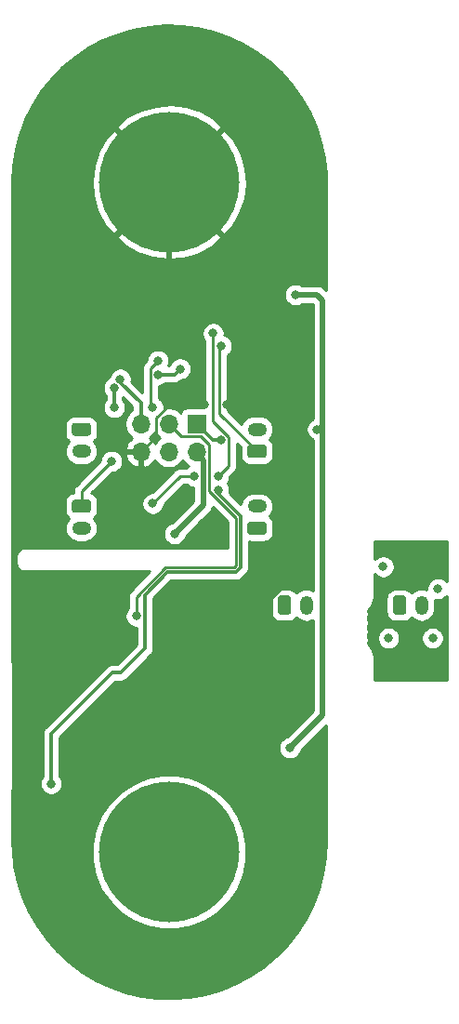
<source format=gbr>
G04 #@! TF.GenerationSoftware,KiCad,Pcbnew,5.1.10-88a1d61d58~88~ubuntu18.04.1*
G04 #@! TF.CreationDate,2021-11-17T22:12:39+08:00*
G04 #@! TF.ProjectId,ModuleV440,4d6f6475-6c65-4563-9434-302e6b696361,rev?*
G04 #@! TF.SameCoordinates,Original*
G04 #@! TF.FileFunction,Copper,L2,Bot*
G04 #@! TF.FilePolarity,Positive*
%FSLAX46Y46*%
G04 Gerber Fmt 4.6, Leading zero omitted, Abs format (unit mm)*
G04 Created by KiCad (PCBNEW 5.1.10-88a1d61d58~88~ubuntu18.04.1) date 2021-11-17 22:12:39*
%MOMM*%
%LPD*%
G01*
G04 APERTURE LIST*
G04 #@! TA.AperFunction,ComponentPad*
%ADD10O,1.200000X1.750000*%
G04 #@! TD*
G04 #@! TA.AperFunction,ComponentPad*
%ADD11R,1.700000X1.700000*%
G04 #@! TD*
G04 #@! TA.AperFunction,ComponentPad*
%ADD12O,1.700000X1.700000*%
G04 #@! TD*
G04 #@! TA.AperFunction,ComponentPad*
%ADD13O,1.750000X1.200000*%
G04 #@! TD*
G04 #@! TA.AperFunction,ComponentPad*
%ADD14C,0.900000*%
G04 #@! TD*
G04 #@! TA.AperFunction,ComponentPad*
%ADD15C,12.800000*%
G04 #@! TD*
G04 #@! TA.AperFunction,ViaPad*
%ADD16C,0.800000*%
G04 #@! TD*
G04 #@! TA.AperFunction,Conductor*
%ADD17C,0.500000*%
G04 #@! TD*
G04 #@! TA.AperFunction,Conductor*
%ADD18C,0.250000*%
G04 #@! TD*
G04 #@! TA.AperFunction,Conductor*
%ADD19C,1.000000*%
G04 #@! TD*
G04 #@! TA.AperFunction,Conductor*
%ADD20C,0.300000*%
G04 #@! TD*
G04 #@! TA.AperFunction,Conductor*
%ADD21C,0.254000*%
G04 #@! TD*
G04 #@! TA.AperFunction,Conductor*
%ADD22C,0.100000*%
G04 #@! TD*
G04 #@! TA.AperFunction,NonConductor*
%ADD23C,0.254000*%
G04 #@! TD*
G04 #@! TA.AperFunction,NonConductor*
%ADD24C,0.100000*%
G04 #@! TD*
G04 APERTURE END LIST*
D10*
X139917600Y-83337600D03*
G04 #@! TA.AperFunction,ComponentPad*
G36*
G01*
X137317600Y-83962601D02*
X137317600Y-82712599D01*
G75*
G02*
X137567599Y-82462600I249999J0D01*
G01*
X138267601Y-82462600D01*
G75*
G02*
X138517600Y-82712599I0J-249999D01*
G01*
X138517600Y-83962601D01*
G75*
G02*
X138267601Y-84212600I-249999J0D01*
G01*
X137567599Y-84212600D01*
G75*
G02*
X137317600Y-83962601I0J249999D01*
G01*
G37*
G04 #@! TD.AperFunction*
D11*
X119417600Y-66837600D03*
D12*
X119417600Y-69377600D03*
X116877600Y-66837600D03*
X116877600Y-69377600D03*
X114337600Y-66837600D03*
X114337600Y-69377600D03*
D13*
X124917600Y-74337600D03*
G04 #@! TA.AperFunction,ComponentPad*
G36*
G01*
X125542601Y-76937600D02*
X124292599Y-76937600D01*
G75*
G02*
X124042600Y-76687601I0J249999D01*
G01*
X124042600Y-75987599D01*
G75*
G02*
X124292599Y-75737600I249999J0D01*
G01*
X125542601Y-75737600D01*
G75*
G02*
X125792600Y-75987599I0J-249999D01*
G01*
X125792600Y-76687601D01*
G75*
G02*
X125542601Y-76937600I-249999J0D01*
G01*
G37*
G04 #@! TD.AperFunction*
X108917600Y-76337600D03*
G04 #@! TA.AperFunction,ComponentPad*
G36*
G01*
X108292599Y-73737600D02*
X109542601Y-73737600D01*
G75*
G02*
X109792600Y-73987599I0J-249999D01*
G01*
X109792600Y-74687601D01*
G75*
G02*
X109542601Y-74937600I-249999J0D01*
G01*
X108292599Y-74937600D01*
G75*
G02*
X108042600Y-74687601I0J249999D01*
G01*
X108042600Y-73987599D01*
G75*
G02*
X108292599Y-73737600I249999J0D01*
G01*
G37*
G04 #@! TD.AperFunction*
D10*
X129417600Y-83337600D03*
G04 #@! TA.AperFunction,ComponentPad*
G36*
G01*
X126817600Y-83962601D02*
X126817600Y-82712599D01*
G75*
G02*
X127067599Y-82462600I249999J0D01*
G01*
X127767601Y-82462600D01*
G75*
G02*
X128017600Y-82712599I0J-249999D01*
G01*
X128017600Y-83962601D01*
G75*
G02*
X127767601Y-84212600I-249999J0D01*
G01*
X127067599Y-84212600D01*
G75*
G02*
X126817600Y-83962601I0J249999D01*
G01*
G37*
G04 #@! TD.AperFunction*
D13*
X124917600Y-67337600D03*
G04 #@! TA.AperFunction,ComponentPad*
G36*
G01*
X125542601Y-69937600D02*
X124292599Y-69937600D01*
G75*
G02*
X124042600Y-69687601I0J249999D01*
G01*
X124042600Y-68987599D01*
G75*
G02*
X124292599Y-68737600I249999J0D01*
G01*
X125542601Y-68737600D01*
G75*
G02*
X125792600Y-68987599I0J-249999D01*
G01*
X125792600Y-69687601D01*
G75*
G02*
X125542601Y-69937600I-249999J0D01*
G01*
G37*
G04 #@! TD.AperFunction*
G04 #@! TA.AperFunction,ComponentPad*
G36*
G01*
X108292599Y-66737600D02*
X109542601Y-66737600D01*
G75*
G02*
X109792600Y-66987599I0J-249999D01*
G01*
X109792600Y-67687601D01*
G75*
G02*
X109542601Y-67937600I-249999J0D01*
G01*
X108292599Y-67937600D01*
G75*
G02*
X108042600Y-67687601I0J249999D01*
G01*
X108042600Y-66987599D01*
G75*
G02*
X108292599Y-66737600I249999J0D01*
G01*
G37*
G04 #@! TD.AperFunction*
X108917600Y-69337600D03*
D14*
X120311713Y-41443487D03*
X116917600Y-40037600D03*
X113523487Y-41443487D03*
X112117600Y-44837600D03*
X113523487Y-48231713D03*
X116917600Y-49637600D03*
X120311713Y-48231713D03*
X121717600Y-44837600D03*
D15*
X116917600Y-44837600D03*
D14*
X120311713Y-102443487D03*
X116917600Y-101037600D03*
X113523487Y-102443487D03*
X112117600Y-105837600D03*
X113523487Y-109231713D03*
X116917600Y-110637600D03*
X120311713Y-109231713D03*
X121717600Y-105837600D03*
D15*
X116917600Y-105837600D03*
D16*
X107667600Y-103087600D03*
X127417600Y-102337600D03*
X116917600Y-52337600D03*
X109417600Y-52337600D03*
X117917600Y-56337600D03*
X105417600Y-56837600D03*
X129417600Y-58837600D03*
X111917600Y-75337600D03*
X122167600Y-65087600D03*
X120167600Y-65087600D03*
X128417600Y-91337600D03*
X107417600Y-85837600D03*
X107417600Y-91337600D03*
X114417600Y-91337600D03*
X121417600Y-91337600D03*
X107917600Y-110837600D03*
X111417600Y-113837600D03*
X116917600Y-115337600D03*
X122417600Y-113837600D03*
X125917600Y-110837600D03*
X110417600Y-97837600D03*
X126417600Y-79337600D03*
X127917600Y-72337600D03*
X104917600Y-76337600D03*
X104917600Y-68337600D03*
X111417600Y-67837600D03*
X111417600Y-73337600D03*
X129017601Y-65237599D03*
X104917600Y-52337600D03*
X106417600Y-46837600D03*
X106417600Y-40837600D03*
X110917600Y-36337600D03*
X116917600Y-34337600D03*
X122917600Y-36337600D03*
X126917600Y-40837600D03*
X126917600Y-46837600D03*
X126917600Y-51337600D03*
X121417600Y-84337600D03*
X127917600Y-96337600D03*
X130417600Y-67337600D03*
X117417600Y-76837600D03*
X128417600Y-55087600D03*
X121667600Y-59737610D03*
X111667600Y-70227611D03*
X115917600Y-62337600D03*
X117917600Y-61837600D03*
X120917600Y-58587600D03*
X121417600Y-71587600D03*
X119167600Y-71587600D03*
X115417600Y-74087600D03*
X115917600Y-61087600D03*
X115417600Y-65337600D03*
X112464585Y-62770879D03*
X111917600Y-63547610D03*
X111917600Y-65337600D03*
X121417600Y-72837600D03*
X106165151Y-99590049D03*
X136417600Y-79837600D03*
X136917600Y-86337600D03*
X140917600Y-86337600D03*
X141417600Y-81837600D03*
X113917600Y-84337600D03*
X121667600Y-68337600D03*
D17*
X116917600Y-44837600D02*
X116917600Y-52337600D01*
X116917600Y-44837600D02*
X109417600Y-52337600D01*
X117917600Y-53337600D02*
X116917600Y-52337600D01*
X117917600Y-56337600D02*
X117917600Y-53337600D01*
X106917600Y-52337600D02*
X109417600Y-52337600D01*
X105417600Y-56837600D02*
X105417600Y-53837600D01*
X105417600Y-53837600D02*
X106917600Y-52337600D01*
X129417600Y-58837600D02*
X122917600Y-52337600D01*
X122917600Y-52337600D02*
X116917600Y-52337600D01*
D18*
X114337600Y-72917600D02*
X114337600Y-69377600D01*
X111917600Y-75337600D02*
X114337600Y-72917600D01*
X115752599Y-67962601D02*
X114337600Y-69377600D01*
X115752599Y-66297599D02*
X115752599Y-67962601D01*
X116962598Y-65087600D02*
X115752599Y-66297599D01*
X120167600Y-65087600D02*
X116962598Y-65087600D01*
D19*
X121417600Y-113837600D02*
X126917600Y-108337600D01*
X107667600Y-109087600D02*
X112417600Y-113837600D01*
X127417600Y-107837600D02*
X127417600Y-102337600D01*
X112417600Y-113837600D02*
X121417600Y-113837600D01*
X107667600Y-103087600D02*
X107667600Y-109087600D01*
X129017601Y-79489789D02*
X129017601Y-65237599D01*
X125917600Y-82589790D02*
X129017601Y-79489789D01*
X125917600Y-100837600D02*
X125917600Y-82589790D01*
X129017601Y-59237599D02*
X129417600Y-58837600D01*
X127417600Y-102337600D02*
X125917600Y-100837600D01*
X126917600Y-108337600D02*
X127417600Y-107837600D01*
X129017601Y-65237599D02*
X129017601Y-59237599D01*
D17*
X127917600Y-96337600D02*
X130917600Y-93337600D01*
D20*
X130917600Y-66837600D02*
X130917600Y-66337600D01*
X130417600Y-67337600D02*
X130917600Y-66837600D01*
D17*
X130917600Y-93337600D02*
X130917600Y-66337600D01*
X130917600Y-66337600D02*
X130917600Y-63717600D01*
X119417600Y-69587600D02*
X120017591Y-70187591D01*
X119417600Y-69377600D02*
X119417600Y-69587600D01*
X120017591Y-74237609D02*
X119167600Y-75087600D01*
X120017591Y-70187591D02*
X120017591Y-74237609D01*
X119167600Y-75087600D02*
X117417600Y-76837600D01*
X130417600Y-55087600D02*
X130917600Y-55587600D01*
X128417600Y-55087600D02*
X130417600Y-55087600D01*
X130917600Y-63717600D02*
X130917600Y-55587600D01*
D18*
X108917600Y-74337600D02*
X108917600Y-72977611D01*
X108917600Y-72977611D02*
X111667600Y-70227611D01*
X121492599Y-59912611D02*
X121667600Y-59737610D01*
X124917600Y-69337600D02*
X121492599Y-65912599D01*
X121492599Y-65912599D02*
X121492599Y-59912611D01*
D20*
X115917600Y-62337600D02*
X117417600Y-62337600D01*
X117417600Y-62337600D02*
X117917600Y-61837600D01*
D18*
X122342601Y-70662599D02*
X121417600Y-71587600D01*
X122342601Y-68013599D02*
X122342601Y-70662599D01*
X120917600Y-58587600D02*
X120917600Y-66588598D01*
X120917600Y-66588598D02*
X122342601Y-68013599D01*
X119167600Y-71587600D02*
X117917600Y-71587600D01*
X117917600Y-71587600D02*
X115417600Y-74087600D01*
X115242599Y-65162599D02*
X115417600Y-65337600D01*
X115917600Y-61087600D02*
X115242599Y-61762601D01*
X115242599Y-61762601D02*
X115242599Y-65162599D01*
D20*
X114337600Y-64931608D02*
X114337600Y-66837600D01*
X112464585Y-63058593D02*
X114337600Y-64931608D01*
X112464585Y-62770879D02*
X112464585Y-63058593D01*
X111917600Y-63547610D02*
X111917600Y-65337600D01*
X111717600Y-89501596D02*
X112503604Y-89501596D01*
X114717600Y-87287600D02*
X114717600Y-82401190D01*
X123417620Y-75237212D02*
X121417600Y-73237192D01*
X112503604Y-89501596D02*
X114717600Y-87287600D01*
X106165151Y-95054045D02*
X111717600Y-89501596D01*
X122978268Y-80337620D02*
X123417620Y-79898267D01*
X123417620Y-79898267D02*
X123417620Y-75237212D01*
X121417600Y-73237192D02*
X121417600Y-72837600D01*
X106165151Y-99590049D02*
X106165151Y-95054045D01*
X114717600Y-82401190D02*
X116781170Y-80337620D01*
X116781170Y-80337620D02*
X122978268Y-80337620D01*
D18*
X113917600Y-82600136D02*
X116605126Y-79912610D01*
X118002601Y-67962601D02*
X116877600Y-66837600D01*
X122992610Y-75413256D02*
X120542601Y-72963247D01*
X122992610Y-79722223D02*
X122992610Y-75413256D01*
X116605126Y-79912610D02*
X122802223Y-79912610D01*
X120542601Y-68712601D02*
X119792601Y-67962601D01*
X119792601Y-67962601D02*
X118002601Y-67962601D01*
X122802223Y-79912610D02*
X122992610Y-79722223D01*
X120542601Y-72963247D02*
X120542601Y-68712601D01*
X113917600Y-84337600D02*
X113917600Y-82600136D01*
D20*
X120917600Y-68337600D02*
X119417600Y-66837600D01*
X121667600Y-68337600D02*
X120917600Y-68337600D01*
D21*
X118013847Y-30590656D02*
X119472515Y-30778809D01*
X120904115Y-31115907D01*
X122293497Y-31598382D01*
X123625901Y-32221108D01*
X124887254Y-32977508D01*
X126064163Y-33859552D01*
X127144173Y-34857901D01*
X128115841Y-35961983D01*
X128968870Y-37160096D01*
X129694224Y-38439547D01*
X130284212Y-39786773D01*
X130732595Y-41187520D01*
X131034616Y-42626934D01*
X131188008Y-44098718D01*
X131207600Y-44846906D01*
X131207600Y-54626022D01*
X131074134Y-54492556D01*
X131046417Y-54458783D01*
X130911659Y-54348189D01*
X130757913Y-54266011D01*
X130591090Y-54215405D01*
X130461077Y-54202600D01*
X130461069Y-54202600D01*
X130417600Y-54198319D01*
X130374131Y-54202600D01*
X128956054Y-54202600D01*
X128907856Y-54170395D01*
X128719498Y-54092374D01*
X128519539Y-54052600D01*
X128315661Y-54052600D01*
X128115702Y-54092374D01*
X127927344Y-54170395D01*
X127757826Y-54283663D01*
X127613663Y-54427826D01*
X127500395Y-54597344D01*
X127422374Y-54785702D01*
X127382600Y-54985661D01*
X127382600Y-55189539D01*
X127422374Y-55389498D01*
X127500395Y-55577856D01*
X127613663Y-55747374D01*
X127757826Y-55891537D01*
X127927344Y-56004805D01*
X128115702Y-56082826D01*
X128315661Y-56122600D01*
X128519539Y-56122600D01*
X128719498Y-56082826D01*
X128907856Y-56004805D01*
X128956054Y-55972600D01*
X130032601Y-55972600D01*
X130032600Y-63761076D01*
X130032601Y-63761086D01*
X130032600Y-66376796D01*
X129927344Y-66420395D01*
X129757826Y-66533663D01*
X129613663Y-66677826D01*
X129500395Y-66847344D01*
X129422374Y-67035702D01*
X129382600Y-67235661D01*
X129382600Y-67439539D01*
X129422374Y-67639498D01*
X129500395Y-67827856D01*
X129613663Y-67997374D01*
X129757826Y-68141537D01*
X129927344Y-68254805D01*
X130032601Y-68298404D01*
X130032600Y-81990974D01*
X129892500Y-81916089D01*
X129659701Y-81845470D01*
X129417600Y-81821625D01*
X129175498Y-81845470D01*
X128942699Y-81916089D01*
X128728151Y-82030767D01*
X128540098Y-82185098D01*
X128508409Y-82223711D01*
X128506005Y-82219213D01*
X128395562Y-82084638D01*
X128260987Y-81974195D01*
X128107451Y-81892128D01*
X127940855Y-81841592D01*
X127767601Y-81824528D01*
X127067599Y-81824528D01*
X126894345Y-81841592D01*
X126727749Y-81892128D01*
X126574213Y-81974195D01*
X126439638Y-82084638D01*
X126329195Y-82219213D01*
X126247128Y-82372749D01*
X126196592Y-82539345D01*
X126179528Y-82712599D01*
X126179528Y-83962601D01*
X126196592Y-84135855D01*
X126247128Y-84302451D01*
X126329195Y-84455987D01*
X126439638Y-84590562D01*
X126574213Y-84701005D01*
X126727749Y-84783072D01*
X126894345Y-84833608D01*
X127067599Y-84850672D01*
X127767601Y-84850672D01*
X127940855Y-84833608D01*
X128107451Y-84783072D01*
X128260987Y-84701005D01*
X128395562Y-84590562D01*
X128506005Y-84455987D01*
X128508410Y-84451488D01*
X128540099Y-84490102D01*
X128728152Y-84644433D01*
X128942700Y-84759111D01*
X129175499Y-84829730D01*
X129417600Y-84853575D01*
X129659702Y-84829730D01*
X129892501Y-84759111D01*
X130032600Y-84684227D01*
X130032600Y-92971021D01*
X127672557Y-95331065D01*
X127615702Y-95342374D01*
X127427344Y-95420395D01*
X127257826Y-95533663D01*
X127113663Y-95677826D01*
X127000395Y-95847344D01*
X126922374Y-96035702D01*
X126882600Y-96235661D01*
X126882600Y-96439539D01*
X126922374Y-96639498D01*
X127000395Y-96827856D01*
X127113663Y-96997374D01*
X127257826Y-97141537D01*
X127427344Y-97254805D01*
X127615702Y-97332826D01*
X127815661Y-97372600D01*
X128019539Y-97372600D01*
X128219498Y-97332826D01*
X128407856Y-97254805D01*
X128577374Y-97141537D01*
X128721537Y-96997374D01*
X128834805Y-96827856D01*
X128912826Y-96639498D01*
X128924135Y-96582643D01*
X131207600Y-94299179D01*
X131207601Y-104819301D01*
X131130966Y-106306409D01*
X130904694Y-107759650D01*
X130530233Y-109181952D01*
X130011562Y-110558205D01*
X129354160Y-111873873D01*
X128565009Y-113114981D01*
X127652455Y-114268405D01*
X126626179Y-115321906D01*
X125497034Y-116264344D01*
X124277012Y-117085711D01*
X122979006Y-117777327D01*
X121616793Y-118331850D01*
X120204796Y-118743409D01*
X118757975Y-119007645D01*
X117291643Y-119121761D01*
X115821353Y-119084544D01*
X114362685Y-118896391D01*
X112931083Y-118559293D01*
X111541711Y-118076821D01*
X110209302Y-117454094D01*
X108947946Y-116697692D01*
X107771037Y-115815648D01*
X106691019Y-114817290D01*
X105719357Y-113713215D01*
X104866330Y-112515104D01*
X104140976Y-111235653D01*
X103550988Y-109888427D01*
X103102605Y-108487680D01*
X102800584Y-107048264D01*
X102647192Y-105576482D01*
X102635886Y-105144713D01*
X109882600Y-105144713D01*
X109882600Y-106530487D01*
X110152951Y-107889634D01*
X110683264Y-109169922D01*
X111453159Y-110322151D01*
X112433049Y-111302041D01*
X113585278Y-112071936D01*
X114865566Y-112602249D01*
X116224713Y-112872600D01*
X117610487Y-112872600D01*
X118969634Y-112602249D01*
X120249922Y-112071936D01*
X121402151Y-111302041D01*
X122382041Y-110322151D01*
X123151936Y-109169922D01*
X123682249Y-107889634D01*
X123952600Y-106530487D01*
X123952600Y-105144713D01*
X123682249Y-103785566D01*
X123151936Y-102505278D01*
X122382041Y-101353049D01*
X121402151Y-100373159D01*
X120249922Y-99603264D01*
X118969634Y-99072951D01*
X117610487Y-98802600D01*
X116224713Y-98802600D01*
X114865566Y-99072951D01*
X113585278Y-99603264D01*
X112433049Y-100373159D01*
X111453159Y-101353049D01*
X110683264Y-102505278D01*
X110152951Y-103785566D01*
X109882600Y-105144713D01*
X102635886Y-105144713D01*
X102627600Y-104828294D01*
X102627600Y-101909408D01*
X102647407Y-98334298D01*
X102647612Y-98332211D01*
X102647600Y-98299548D01*
X102647782Y-98266658D01*
X102647587Y-98264556D01*
X102640320Y-78837600D01*
X102979286Y-78837600D01*
X102982600Y-78871247D01*
X102982600Y-79553953D01*
X102979286Y-79587600D01*
X102992512Y-79721883D01*
X103031681Y-79851006D01*
X103095288Y-79970007D01*
X103180889Y-80074311D01*
X103285193Y-80159912D01*
X103404194Y-80223519D01*
X103533317Y-80262688D01*
X103633953Y-80272600D01*
X103667600Y-80275914D01*
X103701247Y-80272600D01*
X115170334Y-80272600D01*
X113406598Y-82036337D01*
X113377600Y-82060135D01*
X113353802Y-82089133D01*
X113353801Y-82089134D01*
X113282626Y-82175860D01*
X113212054Y-82307890D01*
X113192463Y-82372477D01*
X113168598Y-82451150D01*
X113163657Y-82501316D01*
X113153924Y-82600136D01*
X113157601Y-82637468D01*
X113157600Y-83633889D01*
X113113663Y-83677826D01*
X113000395Y-83847344D01*
X112922374Y-84035702D01*
X112882600Y-84235661D01*
X112882600Y-84439539D01*
X112922374Y-84639498D01*
X113000395Y-84827856D01*
X113113663Y-84997374D01*
X113257826Y-85141537D01*
X113427344Y-85254805D01*
X113615702Y-85332826D01*
X113815661Y-85372600D01*
X113932600Y-85372600D01*
X113932600Y-86962442D01*
X112178447Y-88716596D01*
X111756156Y-88716596D01*
X111717600Y-88712799D01*
X111679044Y-88716596D01*
X111679039Y-88716596D01*
X111638626Y-88720576D01*
X111563713Y-88727954D01*
X111415740Y-88772842D01*
X111279367Y-88845734D01*
X111159836Y-88943832D01*
X111135255Y-88973784D01*
X105637336Y-94471703D01*
X105607388Y-94496281D01*
X105582810Y-94526229D01*
X105582806Y-94526233D01*
X105549841Y-94566401D01*
X105509290Y-94615812D01*
X105470328Y-94688705D01*
X105436397Y-94752186D01*
X105391510Y-94900159D01*
X105376354Y-95054045D01*
X105380152Y-95092608D01*
X105380151Y-98911338D01*
X105361214Y-98930275D01*
X105247946Y-99099793D01*
X105169925Y-99288151D01*
X105130151Y-99488110D01*
X105130151Y-99691988D01*
X105169925Y-99891947D01*
X105247946Y-100080305D01*
X105361214Y-100249823D01*
X105505377Y-100393986D01*
X105674895Y-100507254D01*
X105863253Y-100585275D01*
X106063212Y-100625049D01*
X106267090Y-100625049D01*
X106467049Y-100585275D01*
X106655407Y-100507254D01*
X106824925Y-100393986D01*
X106969088Y-100249823D01*
X107082356Y-100080305D01*
X107160377Y-99891947D01*
X107200151Y-99691988D01*
X107200151Y-99488110D01*
X107160377Y-99288151D01*
X107082356Y-99099793D01*
X106969088Y-98930275D01*
X106950151Y-98911338D01*
X106950151Y-95379202D01*
X112042757Y-90286596D01*
X112465051Y-90286596D01*
X112503604Y-90290393D01*
X112542157Y-90286596D01*
X112542165Y-90286596D01*
X112657491Y-90275237D01*
X112805464Y-90230350D01*
X112941837Y-90157458D01*
X113061368Y-90059360D01*
X113085951Y-90029406D01*
X115245417Y-87869941D01*
X115275364Y-87845364D01*
X115303526Y-87811050D01*
X115332982Y-87775157D01*
X115373462Y-87725833D01*
X115446354Y-87589460D01*
X115451879Y-87571247D01*
X115491241Y-87441488D01*
X115493272Y-87420865D01*
X115502600Y-87326161D01*
X115502600Y-87326154D01*
X115506397Y-87287601D01*
X115502600Y-87249048D01*
X115502600Y-82726347D01*
X117106327Y-81122620D01*
X122939713Y-81122620D01*
X122978268Y-81126417D01*
X123016821Y-81122620D01*
X123016829Y-81122620D01*
X123132155Y-81111261D01*
X123280128Y-81066374D01*
X123416501Y-80993482D01*
X123536032Y-80895384D01*
X123560620Y-80865424D01*
X123945426Y-80480617D01*
X123975384Y-80456031D01*
X124073482Y-80336500D01*
X124146374Y-80200127D01*
X124191261Y-80052154D01*
X124202620Y-79936828D01*
X124202620Y-79936820D01*
X124206417Y-79898267D01*
X124202620Y-79859714D01*
X124202620Y-77566810D01*
X124292599Y-77575672D01*
X125542601Y-77575672D01*
X125715855Y-77558608D01*
X125882451Y-77508072D01*
X126035987Y-77426005D01*
X126170562Y-77315562D01*
X126281005Y-77180987D01*
X126363072Y-77027451D01*
X126413608Y-76860855D01*
X126430672Y-76687601D01*
X126430672Y-75987599D01*
X126413608Y-75814345D01*
X126363072Y-75647749D01*
X126281005Y-75494213D01*
X126170562Y-75359638D01*
X126035987Y-75249195D01*
X126031489Y-75246791D01*
X126070102Y-75215102D01*
X126224433Y-75027049D01*
X126339111Y-74812501D01*
X126409730Y-74579702D01*
X126433575Y-74337600D01*
X126409730Y-74095498D01*
X126339111Y-73862699D01*
X126224433Y-73648151D01*
X126070102Y-73460098D01*
X125882049Y-73305767D01*
X125667501Y-73191089D01*
X125434702Y-73120470D01*
X125253265Y-73102600D01*
X124581935Y-73102600D01*
X124400498Y-73120470D01*
X124167699Y-73191089D01*
X123953151Y-73305767D01*
X123765098Y-73460098D01*
X123610767Y-73648151D01*
X123496089Y-73862699D01*
X123425470Y-74095498D01*
X123421937Y-74131371D01*
X122415686Y-73125121D01*
X122452600Y-72939539D01*
X122452600Y-72735661D01*
X122412826Y-72535702D01*
X122334805Y-72347344D01*
X122244772Y-72212600D01*
X122334805Y-72077856D01*
X122412826Y-71889498D01*
X122452600Y-71689539D01*
X122452600Y-71627402D01*
X122853604Y-71226398D01*
X122882602Y-71202600D01*
X122930024Y-71144816D01*
X122977575Y-71086876D01*
X123048147Y-70954846D01*
X123056343Y-70927826D01*
X123091604Y-70811585D01*
X123102601Y-70699932D01*
X123102601Y-70699922D01*
X123106277Y-70662599D01*
X123102601Y-70625276D01*
X123102601Y-68597403D01*
X123412442Y-68907244D01*
X123404528Y-68987599D01*
X123404528Y-69687601D01*
X123421592Y-69860855D01*
X123472128Y-70027451D01*
X123554195Y-70180987D01*
X123664638Y-70315562D01*
X123799213Y-70426005D01*
X123952749Y-70508072D01*
X124119345Y-70558608D01*
X124292599Y-70575672D01*
X125542601Y-70575672D01*
X125715855Y-70558608D01*
X125882451Y-70508072D01*
X126035987Y-70426005D01*
X126170562Y-70315562D01*
X126281005Y-70180987D01*
X126363072Y-70027451D01*
X126413608Y-69860855D01*
X126430672Y-69687601D01*
X126430672Y-68987599D01*
X126413608Y-68814345D01*
X126363072Y-68647749D01*
X126281005Y-68494213D01*
X126170562Y-68359638D01*
X126035987Y-68249195D01*
X126031489Y-68246791D01*
X126070102Y-68215102D01*
X126224433Y-68027049D01*
X126339111Y-67812501D01*
X126409730Y-67579702D01*
X126433575Y-67337600D01*
X126409730Y-67095498D01*
X126339111Y-66862699D01*
X126224433Y-66648151D01*
X126070102Y-66460098D01*
X125882049Y-66305767D01*
X125667501Y-66191089D01*
X125434702Y-66120470D01*
X125253265Y-66102600D01*
X124581935Y-66102600D01*
X124400498Y-66120470D01*
X124167699Y-66191089D01*
X123953151Y-66305767D01*
X123765098Y-66460098D01*
X123610767Y-66648151D01*
X123503547Y-66848746D01*
X122252599Y-65597798D01*
X122252599Y-60591510D01*
X122327374Y-60541547D01*
X122471537Y-60397384D01*
X122584805Y-60227866D01*
X122662826Y-60039508D01*
X122702600Y-59839549D01*
X122702600Y-59635671D01*
X122662826Y-59435712D01*
X122584805Y-59247354D01*
X122471537Y-59077836D01*
X122327374Y-58933673D01*
X122157856Y-58820405D01*
X121969498Y-58742384D01*
X121943132Y-58737139D01*
X121952600Y-58689539D01*
X121952600Y-58485661D01*
X121912826Y-58285702D01*
X121834805Y-58097344D01*
X121721537Y-57927826D01*
X121577374Y-57783663D01*
X121407856Y-57670395D01*
X121219498Y-57592374D01*
X121019539Y-57552600D01*
X120815661Y-57552600D01*
X120615702Y-57592374D01*
X120427344Y-57670395D01*
X120257826Y-57783663D01*
X120113663Y-57927826D01*
X120000395Y-58097344D01*
X119922374Y-58285702D01*
X119882600Y-58485661D01*
X119882600Y-58689539D01*
X119922374Y-58889498D01*
X120000395Y-59077856D01*
X120113663Y-59247374D01*
X120157600Y-59291311D01*
X120157601Y-65349528D01*
X118567600Y-65349528D01*
X118443118Y-65361788D01*
X118323420Y-65398098D01*
X118213106Y-65457063D01*
X118116415Y-65536415D01*
X118037063Y-65633106D01*
X117978098Y-65743420D01*
X117956087Y-65815980D01*
X117824232Y-65684125D01*
X117581011Y-65521610D01*
X117310758Y-65409668D01*
X117023860Y-65352600D01*
X116731340Y-65352600D01*
X116452600Y-65408045D01*
X116452600Y-65235661D01*
X116412826Y-65035702D01*
X116334805Y-64847344D01*
X116221537Y-64677826D01*
X116077374Y-64533663D01*
X116002599Y-64483700D01*
X116002599Y-63372600D01*
X116019539Y-63372600D01*
X116219498Y-63332826D01*
X116407856Y-63254805D01*
X116577374Y-63141537D01*
X116596311Y-63122600D01*
X117379047Y-63122600D01*
X117417600Y-63126397D01*
X117456153Y-63122600D01*
X117456161Y-63122600D01*
X117571487Y-63111241D01*
X117719460Y-63066354D01*
X117855833Y-62993462D01*
X117975364Y-62895364D01*
X117994046Y-62872600D01*
X118019539Y-62872600D01*
X118219498Y-62832826D01*
X118407856Y-62754805D01*
X118577374Y-62641537D01*
X118721537Y-62497374D01*
X118834805Y-62327856D01*
X118912826Y-62139498D01*
X118952600Y-61939539D01*
X118952600Y-61735661D01*
X118912826Y-61535702D01*
X118834805Y-61347344D01*
X118721537Y-61177826D01*
X118577374Y-61033663D01*
X118407856Y-60920395D01*
X118219498Y-60842374D01*
X118019539Y-60802600D01*
X117815661Y-60802600D01*
X117615702Y-60842374D01*
X117427344Y-60920395D01*
X117257826Y-61033663D01*
X117113663Y-61177826D01*
X117000395Y-61347344D01*
X116922374Y-61535702D01*
X116919013Y-61552600D01*
X116845266Y-61552600D01*
X116912826Y-61389498D01*
X116952600Y-61189539D01*
X116952600Y-60985661D01*
X116912826Y-60785702D01*
X116834805Y-60597344D01*
X116721537Y-60427826D01*
X116577374Y-60283663D01*
X116407856Y-60170395D01*
X116219498Y-60092374D01*
X116019539Y-60052600D01*
X115815661Y-60052600D01*
X115615702Y-60092374D01*
X115427344Y-60170395D01*
X115257826Y-60283663D01*
X115113663Y-60427826D01*
X115000395Y-60597344D01*
X114922374Y-60785702D01*
X114882600Y-60985661D01*
X114882600Y-61047799D01*
X114731601Y-61198798D01*
X114702598Y-61222600D01*
X114655626Y-61279836D01*
X114607625Y-61338325D01*
X114537054Y-61470354D01*
X114537053Y-61470355D01*
X114493596Y-61613616D01*
X114482599Y-61725269D01*
X114482599Y-61725279D01*
X114478923Y-61762601D01*
X114482599Y-61799924D01*
X114482600Y-63966450D01*
X113481232Y-62965083D01*
X113499585Y-62872818D01*
X113499585Y-62668940D01*
X113459811Y-62468981D01*
X113381790Y-62280623D01*
X113268522Y-62111105D01*
X113124359Y-61966942D01*
X112954841Y-61853674D01*
X112766483Y-61775653D01*
X112566524Y-61735879D01*
X112362646Y-61735879D01*
X112162687Y-61775653D01*
X111974329Y-61853674D01*
X111804811Y-61966942D01*
X111660648Y-62111105D01*
X111547380Y-62280623D01*
X111469359Y-62468981D01*
X111438139Y-62625933D01*
X111427344Y-62630405D01*
X111257826Y-62743673D01*
X111113663Y-62887836D01*
X111000395Y-63057354D01*
X110922374Y-63245712D01*
X110882600Y-63445671D01*
X110882600Y-63649549D01*
X110922374Y-63849508D01*
X111000395Y-64037866D01*
X111113663Y-64207384D01*
X111132600Y-64226321D01*
X111132601Y-64658888D01*
X111113663Y-64677826D01*
X111000395Y-64847344D01*
X110922374Y-65035702D01*
X110882600Y-65235661D01*
X110882600Y-65439539D01*
X110922374Y-65639498D01*
X111000395Y-65827856D01*
X111113663Y-65997374D01*
X111257826Y-66141537D01*
X111427344Y-66254805D01*
X111615702Y-66332826D01*
X111815661Y-66372600D01*
X112019539Y-66372600D01*
X112219498Y-66332826D01*
X112407856Y-66254805D01*
X112577374Y-66141537D01*
X112721537Y-65997374D01*
X112834805Y-65827856D01*
X112912826Y-65639498D01*
X112952600Y-65439539D01*
X112952600Y-65235661D01*
X112912826Y-65035702D01*
X112834805Y-64847344D01*
X112721537Y-64677826D01*
X112702600Y-64658889D01*
X112702600Y-64406765D01*
X113552600Y-65256766D01*
X113552600Y-65576126D01*
X113390968Y-65684125D01*
X113184125Y-65890968D01*
X113021610Y-66134189D01*
X112909668Y-66404442D01*
X112852600Y-66691340D01*
X112852600Y-66983860D01*
X112909668Y-67270758D01*
X113021610Y-67541011D01*
X113184125Y-67784232D01*
X113390968Y-67991075D01*
X113567006Y-68108700D01*
X113337331Y-68280012D01*
X113142422Y-68496245D01*
X112993443Y-68746348D01*
X112896119Y-69020709D01*
X113016786Y-69250600D01*
X114210600Y-69250600D01*
X114210600Y-69230600D01*
X114464600Y-69230600D01*
X114464600Y-69250600D01*
X114484600Y-69250600D01*
X114484600Y-69504600D01*
X114464600Y-69504600D01*
X114464600Y-70697755D01*
X114694490Y-70819076D01*
X114841699Y-70774425D01*
X115104520Y-70649241D01*
X115337869Y-70475188D01*
X115532778Y-70258955D01*
X115602405Y-70142066D01*
X115724125Y-70324232D01*
X115930968Y-70531075D01*
X116174189Y-70693590D01*
X116444442Y-70805532D01*
X116731340Y-70862600D01*
X117023860Y-70862600D01*
X117310758Y-70805532D01*
X117581011Y-70693590D01*
X117824232Y-70531075D01*
X118031075Y-70324232D01*
X118147600Y-70149840D01*
X118264125Y-70324232D01*
X118470968Y-70531075D01*
X118678660Y-70669850D01*
X118677344Y-70670395D01*
X118507826Y-70783663D01*
X118463889Y-70827600D01*
X117954923Y-70827600D01*
X117917600Y-70823924D01*
X117880277Y-70827600D01*
X117880267Y-70827600D01*
X117768614Y-70838597D01*
X117625353Y-70882054D01*
X117493323Y-70952626D01*
X117424414Y-71009179D01*
X117377599Y-71047599D01*
X117353801Y-71076597D01*
X115377799Y-73052600D01*
X115315661Y-73052600D01*
X115115702Y-73092374D01*
X114927344Y-73170395D01*
X114757826Y-73283663D01*
X114613663Y-73427826D01*
X114500395Y-73597344D01*
X114422374Y-73785702D01*
X114382600Y-73985661D01*
X114382600Y-74189539D01*
X114422374Y-74389498D01*
X114500395Y-74577856D01*
X114613663Y-74747374D01*
X114757826Y-74891537D01*
X114927344Y-75004805D01*
X115115702Y-75082826D01*
X115315661Y-75122600D01*
X115519539Y-75122600D01*
X115719498Y-75082826D01*
X115907856Y-75004805D01*
X116077374Y-74891537D01*
X116221537Y-74747374D01*
X116334805Y-74577856D01*
X116412826Y-74389498D01*
X116452600Y-74189539D01*
X116452600Y-74127401D01*
X118232402Y-72347600D01*
X118463889Y-72347600D01*
X118507826Y-72391537D01*
X118677344Y-72504805D01*
X118865702Y-72582826D01*
X119065661Y-72622600D01*
X119132592Y-72622600D01*
X119132592Y-73871029D01*
X118572558Y-74431064D01*
X118572553Y-74431068D01*
X117172557Y-75831065D01*
X117115702Y-75842374D01*
X116927344Y-75920395D01*
X116757826Y-76033663D01*
X116613663Y-76177826D01*
X116500395Y-76347344D01*
X116422374Y-76535702D01*
X116382600Y-76735661D01*
X116382600Y-76939539D01*
X116422374Y-77139498D01*
X116500395Y-77327856D01*
X116613663Y-77497374D01*
X116757826Y-77641537D01*
X116927344Y-77754805D01*
X117115702Y-77832826D01*
X117315661Y-77872600D01*
X117519539Y-77872600D01*
X117719498Y-77832826D01*
X117907856Y-77754805D01*
X118077374Y-77641537D01*
X118221537Y-77497374D01*
X118334805Y-77327856D01*
X118412826Y-77139498D01*
X118424135Y-77082643D01*
X119824132Y-75682647D01*
X119824136Y-75682642D01*
X120612640Y-74894139D01*
X120646408Y-74866426D01*
X120690664Y-74812501D01*
X120757002Y-74731668D01*
X120784914Y-74679448D01*
X120839180Y-74577922D01*
X120889786Y-74411099D01*
X120892105Y-74387552D01*
X122232611Y-75728059D01*
X122232610Y-78152600D01*
X103701247Y-78152600D01*
X103667600Y-78149286D01*
X103633953Y-78152600D01*
X103533317Y-78162512D01*
X103404194Y-78201681D01*
X103285193Y-78265288D01*
X103180889Y-78350889D01*
X103095288Y-78455193D01*
X103031681Y-78574194D01*
X102992512Y-78703317D01*
X102979286Y-78837600D01*
X102640320Y-78837600D01*
X102639385Y-76337600D01*
X107401625Y-76337600D01*
X107425470Y-76579702D01*
X107496089Y-76812501D01*
X107610767Y-77027049D01*
X107765098Y-77215102D01*
X107953151Y-77369433D01*
X108167699Y-77484111D01*
X108400498Y-77554730D01*
X108581935Y-77572600D01*
X109253265Y-77572600D01*
X109434702Y-77554730D01*
X109667501Y-77484111D01*
X109882049Y-77369433D01*
X110070102Y-77215102D01*
X110224433Y-77027049D01*
X110339111Y-76812501D01*
X110409730Y-76579702D01*
X110433575Y-76337600D01*
X110409730Y-76095498D01*
X110339111Y-75862699D01*
X110224433Y-75648151D01*
X110070102Y-75460098D01*
X110031489Y-75428409D01*
X110035987Y-75426005D01*
X110170562Y-75315562D01*
X110281005Y-75180987D01*
X110363072Y-75027451D01*
X110413608Y-74860855D01*
X110430672Y-74687601D01*
X110430672Y-73987599D01*
X110413608Y-73814345D01*
X110363072Y-73647749D01*
X110281005Y-73494213D01*
X110170562Y-73359638D01*
X110035987Y-73249195D01*
X109882451Y-73167128D01*
X109821403Y-73148609D01*
X111707402Y-71262611D01*
X111769539Y-71262611D01*
X111969498Y-71222837D01*
X112157856Y-71144816D01*
X112327374Y-71031548D01*
X112471537Y-70887385D01*
X112584805Y-70717867D01*
X112662826Y-70529509D01*
X112702600Y-70329550D01*
X112702600Y-70125672D01*
X112662826Y-69925713D01*
X112584805Y-69737355D01*
X112582892Y-69734491D01*
X112896119Y-69734491D01*
X112993443Y-70008852D01*
X113142422Y-70258955D01*
X113337331Y-70475188D01*
X113570680Y-70649241D01*
X113833501Y-70774425D01*
X113980710Y-70819076D01*
X114210600Y-70697755D01*
X114210600Y-69504600D01*
X113016786Y-69504600D01*
X112896119Y-69734491D01*
X112582892Y-69734491D01*
X112471537Y-69567837D01*
X112327374Y-69423674D01*
X112157856Y-69310406D01*
X111969498Y-69232385D01*
X111769539Y-69192611D01*
X111565661Y-69192611D01*
X111365702Y-69232385D01*
X111177344Y-69310406D01*
X111007826Y-69423674D01*
X110863663Y-69567837D01*
X110750395Y-69737355D01*
X110672374Y-69925713D01*
X110632600Y-70125672D01*
X110632600Y-70187809D01*
X108406598Y-72413812D01*
X108377600Y-72437610D01*
X108353802Y-72466608D01*
X108353801Y-72466609D01*
X108282626Y-72553335D01*
X108212054Y-72685365D01*
X108168598Y-72828626D01*
X108153924Y-72977611D01*
X108157601Y-73014943D01*
X108157601Y-73112824D01*
X108119345Y-73116592D01*
X107952749Y-73167128D01*
X107799213Y-73249195D01*
X107664638Y-73359638D01*
X107554195Y-73494213D01*
X107472128Y-73647749D01*
X107421592Y-73814345D01*
X107404528Y-73987599D01*
X107404528Y-74687601D01*
X107421592Y-74860855D01*
X107472128Y-75027451D01*
X107554195Y-75180987D01*
X107664638Y-75315562D01*
X107799213Y-75426005D01*
X107803711Y-75428409D01*
X107765098Y-75460098D01*
X107610767Y-75648151D01*
X107496089Y-75862699D01*
X107425470Y-76095498D01*
X107401625Y-76337600D01*
X102639385Y-76337600D01*
X102636766Y-69337600D01*
X107401625Y-69337600D01*
X107425470Y-69579702D01*
X107496089Y-69812501D01*
X107610767Y-70027049D01*
X107765098Y-70215102D01*
X107953151Y-70369433D01*
X108167699Y-70484111D01*
X108400498Y-70554730D01*
X108581935Y-70572600D01*
X109253265Y-70572600D01*
X109434702Y-70554730D01*
X109667501Y-70484111D01*
X109882049Y-70369433D01*
X110070102Y-70215102D01*
X110224433Y-70027049D01*
X110339111Y-69812501D01*
X110409730Y-69579702D01*
X110433575Y-69337600D01*
X110409730Y-69095498D01*
X110339111Y-68862699D01*
X110224433Y-68648151D01*
X110070102Y-68460098D01*
X110031489Y-68428409D01*
X110035987Y-68426005D01*
X110170562Y-68315562D01*
X110281005Y-68180987D01*
X110363072Y-68027451D01*
X110413608Y-67860855D01*
X110430672Y-67687601D01*
X110430672Y-66987599D01*
X110413608Y-66814345D01*
X110363072Y-66647749D01*
X110281005Y-66494213D01*
X110170562Y-66359638D01*
X110035987Y-66249195D01*
X109882451Y-66167128D01*
X109715855Y-66116592D01*
X109542601Y-66099528D01*
X108292599Y-66099528D01*
X108119345Y-66116592D01*
X107952749Y-66167128D01*
X107799213Y-66249195D01*
X107664638Y-66359638D01*
X107554195Y-66494213D01*
X107472128Y-66647749D01*
X107421592Y-66814345D01*
X107404528Y-66987599D01*
X107404528Y-67687601D01*
X107421592Y-67860855D01*
X107472128Y-68027451D01*
X107554195Y-68180987D01*
X107664638Y-68315562D01*
X107799213Y-68426005D01*
X107803711Y-68428409D01*
X107765098Y-68460098D01*
X107610767Y-68648151D01*
X107496089Y-68862699D01*
X107425470Y-69095498D01*
X107401625Y-69337600D01*
X102636766Y-69337600D01*
X102629461Y-49812890D01*
X112121916Y-49812890D01*
X112865939Y-50630298D01*
X114073889Y-51309433D01*
X115391123Y-51739860D01*
X116767018Y-51905035D01*
X118148700Y-51798614D01*
X119483071Y-51424684D01*
X120718853Y-50797617D01*
X120969261Y-50630298D01*
X121713284Y-49812890D01*
X120874430Y-48974036D01*
X120874430Y-48974035D01*
X116917600Y-45017205D01*
X112960770Y-48974035D01*
X112960770Y-48974036D01*
X112121916Y-49812890D01*
X102629461Y-49812890D01*
X102627606Y-44855765D01*
X102636302Y-44687018D01*
X109850165Y-44687018D01*
X109956586Y-46068700D01*
X110330516Y-47403071D01*
X110957583Y-48638853D01*
X111124902Y-48889261D01*
X111942310Y-49633284D01*
X112781164Y-48794430D01*
X112781165Y-48794430D01*
X116737995Y-44837600D01*
X117097205Y-44837600D01*
X121054035Y-48794430D01*
X121054036Y-48794430D01*
X121892890Y-49633284D01*
X122710298Y-48889261D01*
X123389433Y-47681311D01*
X123819860Y-46364077D01*
X123985035Y-44988182D01*
X123878614Y-43606500D01*
X123504684Y-42272129D01*
X122877617Y-41036347D01*
X122710298Y-40785939D01*
X121892890Y-40041916D01*
X121054036Y-40880770D01*
X121054035Y-40880770D01*
X117097205Y-44837600D01*
X116737995Y-44837600D01*
X112781165Y-40880770D01*
X112781164Y-40880770D01*
X111942310Y-40041916D01*
X111124902Y-40785939D01*
X110445767Y-41993889D01*
X110015340Y-43311123D01*
X109850165Y-44687018D01*
X102636302Y-44687018D01*
X102704234Y-43368791D01*
X102930506Y-41915550D01*
X103304967Y-40493248D01*
X103542749Y-39862310D01*
X112121916Y-39862310D01*
X112960770Y-40701164D01*
X112960770Y-40701165D01*
X116917600Y-44657995D01*
X120874430Y-40701165D01*
X120874430Y-40701164D01*
X121713284Y-39862310D01*
X120969261Y-39044902D01*
X119761311Y-38365767D01*
X118444077Y-37935340D01*
X117068182Y-37770165D01*
X115686500Y-37876586D01*
X114352129Y-38250516D01*
X113116347Y-38877583D01*
X112865939Y-39044902D01*
X112121916Y-39862310D01*
X103542749Y-39862310D01*
X103823639Y-39116992D01*
X104481033Y-37801339D01*
X105270194Y-36560214D01*
X106182745Y-35406796D01*
X107209022Y-34353294D01*
X108338160Y-33410860D01*
X109558188Y-32589489D01*
X110856194Y-31897873D01*
X112218413Y-31343348D01*
X113630413Y-30931789D01*
X115077225Y-30667555D01*
X116543556Y-30553439D01*
X118013847Y-30590656D01*
G04 #@! TA.AperFunction,Conductor*
D22*
G36*
X118013847Y-30590656D02*
G01*
X119472515Y-30778809D01*
X120904115Y-31115907D01*
X122293497Y-31598382D01*
X123625901Y-32221108D01*
X124887254Y-32977508D01*
X126064163Y-33859552D01*
X127144173Y-34857901D01*
X128115841Y-35961983D01*
X128968870Y-37160096D01*
X129694224Y-38439547D01*
X130284212Y-39786773D01*
X130732595Y-41187520D01*
X131034616Y-42626934D01*
X131188008Y-44098718D01*
X131207600Y-44846906D01*
X131207600Y-54626022D01*
X131074134Y-54492556D01*
X131046417Y-54458783D01*
X130911659Y-54348189D01*
X130757913Y-54266011D01*
X130591090Y-54215405D01*
X130461077Y-54202600D01*
X130461069Y-54202600D01*
X130417600Y-54198319D01*
X130374131Y-54202600D01*
X128956054Y-54202600D01*
X128907856Y-54170395D01*
X128719498Y-54092374D01*
X128519539Y-54052600D01*
X128315661Y-54052600D01*
X128115702Y-54092374D01*
X127927344Y-54170395D01*
X127757826Y-54283663D01*
X127613663Y-54427826D01*
X127500395Y-54597344D01*
X127422374Y-54785702D01*
X127382600Y-54985661D01*
X127382600Y-55189539D01*
X127422374Y-55389498D01*
X127500395Y-55577856D01*
X127613663Y-55747374D01*
X127757826Y-55891537D01*
X127927344Y-56004805D01*
X128115702Y-56082826D01*
X128315661Y-56122600D01*
X128519539Y-56122600D01*
X128719498Y-56082826D01*
X128907856Y-56004805D01*
X128956054Y-55972600D01*
X130032601Y-55972600D01*
X130032600Y-63761076D01*
X130032601Y-63761086D01*
X130032600Y-66376796D01*
X129927344Y-66420395D01*
X129757826Y-66533663D01*
X129613663Y-66677826D01*
X129500395Y-66847344D01*
X129422374Y-67035702D01*
X129382600Y-67235661D01*
X129382600Y-67439539D01*
X129422374Y-67639498D01*
X129500395Y-67827856D01*
X129613663Y-67997374D01*
X129757826Y-68141537D01*
X129927344Y-68254805D01*
X130032601Y-68298404D01*
X130032600Y-81990974D01*
X129892500Y-81916089D01*
X129659701Y-81845470D01*
X129417600Y-81821625D01*
X129175498Y-81845470D01*
X128942699Y-81916089D01*
X128728151Y-82030767D01*
X128540098Y-82185098D01*
X128508409Y-82223711D01*
X128506005Y-82219213D01*
X128395562Y-82084638D01*
X128260987Y-81974195D01*
X128107451Y-81892128D01*
X127940855Y-81841592D01*
X127767601Y-81824528D01*
X127067599Y-81824528D01*
X126894345Y-81841592D01*
X126727749Y-81892128D01*
X126574213Y-81974195D01*
X126439638Y-82084638D01*
X126329195Y-82219213D01*
X126247128Y-82372749D01*
X126196592Y-82539345D01*
X126179528Y-82712599D01*
X126179528Y-83962601D01*
X126196592Y-84135855D01*
X126247128Y-84302451D01*
X126329195Y-84455987D01*
X126439638Y-84590562D01*
X126574213Y-84701005D01*
X126727749Y-84783072D01*
X126894345Y-84833608D01*
X127067599Y-84850672D01*
X127767601Y-84850672D01*
X127940855Y-84833608D01*
X128107451Y-84783072D01*
X128260987Y-84701005D01*
X128395562Y-84590562D01*
X128506005Y-84455987D01*
X128508410Y-84451488D01*
X128540099Y-84490102D01*
X128728152Y-84644433D01*
X128942700Y-84759111D01*
X129175499Y-84829730D01*
X129417600Y-84853575D01*
X129659702Y-84829730D01*
X129892501Y-84759111D01*
X130032600Y-84684227D01*
X130032600Y-92971021D01*
X127672557Y-95331065D01*
X127615702Y-95342374D01*
X127427344Y-95420395D01*
X127257826Y-95533663D01*
X127113663Y-95677826D01*
X127000395Y-95847344D01*
X126922374Y-96035702D01*
X126882600Y-96235661D01*
X126882600Y-96439539D01*
X126922374Y-96639498D01*
X127000395Y-96827856D01*
X127113663Y-96997374D01*
X127257826Y-97141537D01*
X127427344Y-97254805D01*
X127615702Y-97332826D01*
X127815661Y-97372600D01*
X128019539Y-97372600D01*
X128219498Y-97332826D01*
X128407856Y-97254805D01*
X128577374Y-97141537D01*
X128721537Y-96997374D01*
X128834805Y-96827856D01*
X128912826Y-96639498D01*
X128924135Y-96582643D01*
X131207600Y-94299179D01*
X131207601Y-104819301D01*
X131130966Y-106306409D01*
X130904694Y-107759650D01*
X130530233Y-109181952D01*
X130011562Y-110558205D01*
X129354160Y-111873873D01*
X128565009Y-113114981D01*
X127652455Y-114268405D01*
X126626179Y-115321906D01*
X125497034Y-116264344D01*
X124277012Y-117085711D01*
X122979006Y-117777327D01*
X121616793Y-118331850D01*
X120204796Y-118743409D01*
X118757975Y-119007645D01*
X117291643Y-119121761D01*
X115821353Y-119084544D01*
X114362685Y-118896391D01*
X112931083Y-118559293D01*
X111541711Y-118076821D01*
X110209302Y-117454094D01*
X108947946Y-116697692D01*
X107771037Y-115815648D01*
X106691019Y-114817290D01*
X105719357Y-113713215D01*
X104866330Y-112515104D01*
X104140976Y-111235653D01*
X103550988Y-109888427D01*
X103102605Y-108487680D01*
X102800584Y-107048264D01*
X102647192Y-105576482D01*
X102635886Y-105144713D01*
X109882600Y-105144713D01*
X109882600Y-106530487D01*
X110152951Y-107889634D01*
X110683264Y-109169922D01*
X111453159Y-110322151D01*
X112433049Y-111302041D01*
X113585278Y-112071936D01*
X114865566Y-112602249D01*
X116224713Y-112872600D01*
X117610487Y-112872600D01*
X118969634Y-112602249D01*
X120249922Y-112071936D01*
X121402151Y-111302041D01*
X122382041Y-110322151D01*
X123151936Y-109169922D01*
X123682249Y-107889634D01*
X123952600Y-106530487D01*
X123952600Y-105144713D01*
X123682249Y-103785566D01*
X123151936Y-102505278D01*
X122382041Y-101353049D01*
X121402151Y-100373159D01*
X120249922Y-99603264D01*
X118969634Y-99072951D01*
X117610487Y-98802600D01*
X116224713Y-98802600D01*
X114865566Y-99072951D01*
X113585278Y-99603264D01*
X112433049Y-100373159D01*
X111453159Y-101353049D01*
X110683264Y-102505278D01*
X110152951Y-103785566D01*
X109882600Y-105144713D01*
X102635886Y-105144713D01*
X102627600Y-104828294D01*
X102627600Y-101909408D01*
X102647407Y-98334298D01*
X102647612Y-98332211D01*
X102647600Y-98299548D01*
X102647782Y-98266658D01*
X102647587Y-98264556D01*
X102640320Y-78837600D01*
X102979286Y-78837600D01*
X102982600Y-78871247D01*
X102982600Y-79553953D01*
X102979286Y-79587600D01*
X102992512Y-79721883D01*
X103031681Y-79851006D01*
X103095288Y-79970007D01*
X103180889Y-80074311D01*
X103285193Y-80159912D01*
X103404194Y-80223519D01*
X103533317Y-80262688D01*
X103633953Y-80272600D01*
X103667600Y-80275914D01*
X103701247Y-80272600D01*
X115170334Y-80272600D01*
X113406598Y-82036337D01*
X113377600Y-82060135D01*
X113353802Y-82089133D01*
X113353801Y-82089134D01*
X113282626Y-82175860D01*
X113212054Y-82307890D01*
X113192463Y-82372477D01*
X113168598Y-82451150D01*
X113163657Y-82501316D01*
X113153924Y-82600136D01*
X113157601Y-82637468D01*
X113157600Y-83633889D01*
X113113663Y-83677826D01*
X113000395Y-83847344D01*
X112922374Y-84035702D01*
X112882600Y-84235661D01*
X112882600Y-84439539D01*
X112922374Y-84639498D01*
X113000395Y-84827856D01*
X113113663Y-84997374D01*
X113257826Y-85141537D01*
X113427344Y-85254805D01*
X113615702Y-85332826D01*
X113815661Y-85372600D01*
X113932600Y-85372600D01*
X113932600Y-86962442D01*
X112178447Y-88716596D01*
X111756156Y-88716596D01*
X111717600Y-88712799D01*
X111679044Y-88716596D01*
X111679039Y-88716596D01*
X111638626Y-88720576D01*
X111563713Y-88727954D01*
X111415740Y-88772842D01*
X111279367Y-88845734D01*
X111159836Y-88943832D01*
X111135255Y-88973784D01*
X105637336Y-94471703D01*
X105607388Y-94496281D01*
X105582810Y-94526229D01*
X105582806Y-94526233D01*
X105549841Y-94566401D01*
X105509290Y-94615812D01*
X105470328Y-94688705D01*
X105436397Y-94752186D01*
X105391510Y-94900159D01*
X105376354Y-95054045D01*
X105380152Y-95092608D01*
X105380151Y-98911338D01*
X105361214Y-98930275D01*
X105247946Y-99099793D01*
X105169925Y-99288151D01*
X105130151Y-99488110D01*
X105130151Y-99691988D01*
X105169925Y-99891947D01*
X105247946Y-100080305D01*
X105361214Y-100249823D01*
X105505377Y-100393986D01*
X105674895Y-100507254D01*
X105863253Y-100585275D01*
X106063212Y-100625049D01*
X106267090Y-100625049D01*
X106467049Y-100585275D01*
X106655407Y-100507254D01*
X106824925Y-100393986D01*
X106969088Y-100249823D01*
X107082356Y-100080305D01*
X107160377Y-99891947D01*
X107200151Y-99691988D01*
X107200151Y-99488110D01*
X107160377Y-99288151D01*
X107082356Y-99099793D01*
X106969088Y-98930275D01*
X106950151Y-98911338D01*
X106950151Y-95379202D01*
X112042757Y-90286596D01*
X112465051Y-90286596D01*
X112503604Y-90290393D01*
X112542157Y-90286596D01*
X112542165Y-90286596D01*
X112657491Y-90275237D01*
X112805464Y-90230350D01*
X112941837Y-90157458D01*
X113061368Y-90059360D01*
X113085951Y-90029406D01*
X115245417Y-87869941D01*
X115275364Y-87845364D01*
X115303526Y-87811050D01*
X115332982Y-87775157D01*
X115373462Y-87725833D01*
X115446354Y-87589460D01*
X115451879Y-87571247D01*
X115491241Y-87441488D01*
X115493272Y-87420865D01*
X115502600Y-87326161D01*
X115502600Y-87326154D01*
X115506397Y-87287601D01*
X115502600Y-87249048D01*
X115502600Y-82726347D01*
X117106327Y-81122620D01*
X122939713Y-81122620D01*
X122978268Y-81126417D01*
X123016821Y-81122620D01*
X123016829Y-81122620D01*
X123132155Y-81111261D01*
X123280128Y-81066374D01*
X123416501Y-80993482D01*
X123536032Y-80895384D01*
X123560620Y-80865424D01*
X123945426Y-80480617D01*
X123975384Y-80456031D01*
X124073482Y-80336500D01*
X124146374Y-80200127D01*
X124191261Y-80052154D01*
X124202620Y-79936828D01*
X124202620Y-79936820D01*
X124206417Y-79898267D01*
X124202620Y-79859714D01*
X124202620Y-77566810D01*
X124292599Y-77575672D01*
X125542601Y-77575672D01*
X125715855Y-77558608D01*
X125882451Y-77508072D01*
X126035987Y-77426005D01*
X126170562Y-77315562D01*
X126281005Y-77180987D01*
X126363072Y-77027451D01*
X126413608Y-76860855D01*
X126430672Y-76687601D01*
X126430672Y-75987599D01*
X126413608Y-75814345D01*
X126363072Y-75647749D01*
X126281005Y-75494213D01*
X126170562Y-75359638D01*
X126035987Y-75249195D01*
X126031489Y-75246791D01*
X126070102Y-75215102D01*
X126224433Y-75027049D01*
X126339111Y-74812501D01*
X126409730Y-74579702D01*
X126433575Y-74337600D01*
X126409730Y-74095498D01*
X126339111Y-73862699D01*
X126224433Y-73648151D01*
X126070102Y-73460098D01*
X125882049Y-73305767D01*
X125667501Y-73191089D01*
X125434702Y-73120470D01*
X125253265Y-73102600D01*
X124581935Y-73102600D01*
X124400498Y-73120470D01*
X124167699Y-73191089D01*
X123953151Y-73305767D01*
X123765098Y-73460098D01*
X123610767Y-73648151D01*
X123496089Y-73862699D01*
X123425470Y-74095498D01*
X123421937Y-74131371D01*
X122415686Y-73125121D01*
X122452600Y-72939539D01*
X122452600Y-72735661D01*
X122412826Y-72535702D01*
X122334805Y-72347344D01*
X122244772Y-72212600D01*
X122334805Y-72077856D01*
X122412826Y-71889498D01*
X122452600Y-71689539D01*
X122452600Y-71627402D01*
X122853604Y-71226398D01*
X122882602Y-71202600D01*
X122930024Y-71144816D01*
X122977575Y-71086876D01*
X123048147Y-70954846D01*
X123056343Y-70927826D01*
X123091604Y-70811585D01*
X123102601Y-70699932D01*
X123102601Y-70699922D01*
X123106277Y-70662599D01*
X123102601Y-70625276D01*
X123102601Y-68597403D01*
X123412442Y-68907244D01*
X123404528Y-68987599D01*
X123404528Y-69687601D01*
X123421592Y-69860855D01*
X123472128Y-70027451D01*
X123554195Y-70180987D01*
X123664638Y-70315562D01*
X123799213Y-70426005D01*
X123952749Y-70508072D01*
X124119345Y-70558608D01*
X124292599Y-70575672D01*
X125542601Y-70575672D01*
X125715855Y-70558608D01*
X125882451Y-70508072D01*
X126035987Y-70426005D01*
X126170562Y-70315562D01*
X126281005Y-70180987D01*
X126363072Y-70027451D01*
X126413608Y-69860855D01*
X126430672Y-69687601D01*
X126430672Y-68987599D01*
X126413608Y-68814345D01*
X126363072Y-68647749D01*
X126281005Y-68494213D01*
X126170562Y-68359638D01*
X126035987Y-68249195D01*
X126031489Y-68246791D01*
X126070102Y-68215102D01*
X126224433Y-68027049D01*
X126339111Y-67812501D01*
X126409730Y-67579702D01*
X126433575Y-67337600D01*
X126409730Y-67095498D01*
X126339111Y-66862699D01*
X126224433Y-66648151D01*
X126070102Y-66460098D01*
X125882049Y-66305767D01*
X125667501Y-66191089D01*
X125434702Y-66120470D01*
X125253265Y-66102600D01*
X124581935Y-66102600D01*
X124400498Y-66120470D01*
X124167699Y-66191089D01*
X123953151Y-66305767D01*
X123765098Y-66460098D01*
X123610767Y-66648151D01*
X123503547Y-66848746D01*
X122252599Y-65597798D01*
X122252599Y-60591510D01*
X122327374Y-60541547D01*
X122471537Y-60397384D01*
X122584805Y-60227866D01*
X122662826Y-60039508D01*
X122702600Y-59839549D01*
X122702600Y-59635671D01*
X122662826Y-59435712D01*
X122584805Y-59247354D01*
X122471537Y-59077836D01*
X122327374Y-58933673D01*
X122157856Y-58820405D01*
X121969498Y-58742384D01*
X121943132Y-58737139D01*
X121952600Y-58689539D01*
X121952600Y-58485661D01*
X121912826Y-58285702D01*
X121834805Y-58097344D01*
X121721537Y-57927826D01*
X121577374Y-57783663D01*
X121407856Y-57670395D01*
X121219498Y-57592374D01*
X121019539Y-57552600D01*
X120815661Y-57552600D01*
X120615702Y-57592374D01*
X120427344Y-57670395D01*
X120257826Y-57783663D01*
X120113663Y-57927826D01*
X120000395Y-58097344D01*
X119922374Y-58285702D01*
X119882600Y-58485661D01*
X119882600Y-58689539D01*
X119922374Y-58889498D01*
X120000395Y-59077856D01*
X120113663Y-59247374D01*
X120157600Y-59291311D01*
X120157601Y-65349528D01*
X118567600Y-65349528D01*
X118443118Y-65361788D01*
X118323420Y-65398098D01*
X118213106Y-65457063D01*
X118116415Y-65536415D01*
X118037063Y-65633106D01*
X117978098Y-65743420D01*
X117956087Y-65815980D01*
X117824232Y-65684125D01*
X117581011Y-65521610D01*
X117310758Y-65409668D01*
X117023860Y-65352600D01*
X116731340Y-65352600D01*
X116452600Y-65408045D01*
X116452600Y-65235661D01*
X116412826Y-65035702D01*
X116334805Y-64847344D01*
X116221537Y-64677826D01*
X116077374Y-64533663D01*
X116002599Y-64483700D01*
X116002599Y-63372600D01*
X116019539Y-63372600D01*
X116219498Y-63332826D01*
X116407856Y-63254805D01*
X116577374Y-63141537D01*
X116596311Y-63122600D01*
X117379047Y-63122600D01*
X117417600Y-63126397D01*
X117456153Y-63122600D01*
X117456161Y-63122600D01*
X117571487Y-63111241D01*
X117719460Y-63066354D01*
X117855833Y-62993462D01*
X117975364Y-62895364D01*
X117994046Y-62872600D01*
X118019539Y-62872600D01*
X118219498Y-62832826D01*
X118407856Y-62754805D01*
X118577374Y-62641537D01*
X118721537Y-62497374D01*
X118834805Y-62327856D01*
X118912826Y-62139498D01*
X118952600Y-61939539D01*
X118952600Y-61735661D01*
X118912826Y-61535702D01*
X118834805Y-61347344D01*
X118721537Y-61177826D01*
X118577374Y-61033663D01*
X118407856Y-60920395D01*
X118219498Y-60842374D01*
X118019539Y-60802600D01*
X117815661Y-60802600D01*
X117615702Y-60842374D01*
X117427344Y-60920395D01*
X117257826Y-61033663D01*
X117113663Y-61177826D01*
X117000395Y-61347344D01*
X116922374Y-61535702D01*
X116919013Y-61552600D01*
X116845266Y-61552600D01*
X116912826Y-61389498D01*
X116952600Y-61189539D01*
X116952600Y-60985661D01*
X116912826Y-60785702D01*
X116834805Y-60597344D01*
X116721537Y-60427826D01*
X116577374Y-60283663D01*
X116407856Y-60170395D01*
X116219498Y-60092374D01*
X116019539Y-60052600D01*
X115815661Y-60052600D01*
X115615702Y-60092374D01*
X115427344Y-60170395D01*
X115257826Y-60283663D01*
X115113663Y-60427826D01*
X115000395Y-60597344D01*
X114922374Y-60785702D01*
X114882600Y-60985661D01*
X114882600Y-61047799D01*
X114731601Y-61198798D01*
X114702598Y-61222600D01*
X114655626Y-61279836D01*
X114607625Y-61338325D01*
X114537054Y-61470354D01*
X114537053Y-61470355D01*
X114493596Y-61613616D01*
X114482599Y-61725269D01*
X114482599Y-61725279D01*
X114478923Y-61762601D01*
X114482599Y-61799924D01*
X114482600Y-63966450D01*
X113481232Y-62965083D01*
X113499585Y-62872818D01*
X113499585Y-62668940D01*
X113459811Y-62468981D01*
X113381790Y-62280623D01*
X113268522Y-62111105D01*
X113124359Y-61966942D01*
X112954841Y-61853674D01*
X112766483Y-61775653D01*
X112566524Y-61735879D01*
X112362646Y-61735879D01*
X112162687Y-61775653D01*
X111974329Y-61853674D01*
X111804811Y-61966942D01*
X111660648Y-62111105D01*
X111547380Y-62280623D01*
X111469359Y-62468981D01*
X111438139Y-62625933D01*
X111427344Y-62630405D01*
X111257826Y-62743673D01*
X111113663Y-62887836D01*
X111000395Y-63057354D01*
X110922374Y-63245712D01*
X110882600Y-63445671D01*
X110882600Y-63649549D01*
X110922374Y-63849508D01*
X111000395Y-64037866D01*
X111113663Y-64207384D01*
X111132600Y-64226321D01*
X111132601Y-64658888D01*
X111113663Y-64677826D01*
X111000395Y-64847344D01*
X110922374Y-65035702D01*
X110882600Y-65235661D01*
X110882600Y-65439539D01*
X110922374Y-65639498D01*
X111000395Y-65827856D01*
X111113663Y-65997374D01*
X111257826Y-66141537D01*
X111427344Y-66254805D01*
X111615702Y-66332826D01*
X111815661Y-66372600D01*
X112019539Y-66372600D01*
X112219498Y-66332826D01*
X112407856Y-66254805D01*
X112577374Y-66141537D01*
X112721537Y-65997374D01*
X112834805Y-65827856D01*
X112912826Y-65639498D01*
X112952600Y-65439539D01*
X112952600Y-65235661D01*
X112912826Y-65035702D01*
X112834805Y-64847344D01*
X112721537Y-64677826D01*
X112702600Y-64658889D01*
X112702600Y-64406765D01*
X113552600Y-65256766D01*
X113552600Y-65576126D01*
X113390968Y-65684125D01*
X113184125Y-65890968D01*
X113021610Y-66134189D01*
X112909668Y-66404442D01*
X112852600Y-66691340D01*
X112852600Y-66983860D01*
X112909668Y-67270758D01*
X113021610Y-67541011D01*
X113184125Y-67784232D01*
X113390968Y-67991075D01*
X113567006Y-68108700D01*
X113337331Y-68280012D01*
X113142422Y-68496245D01*
X112993443Y-68746348D01*
X112896119Y-69020709D01*
X113016786Y-69250600D01*
X114210600Y-69250600D01*
X114210600Y-69230600D01*
X114464600Y-69230600D01*
X114464600Y-69250600D01*
X114484600Y-69250600D01*
X114484600Y-69504600D01*
X114464600Y-69504600D01*
X114464600Y-70697755D01*
X114694490Y-70819076D01*
X114841699Y-70774425D01*
X115104520Y-70649241D01*
X115337869Y-70475188D01*
X115532778Y-70258955D01*
X115602405Y-70142066D01*
X115724125Y-70324232D01*
X115930968Y-70531075D01*
X116174189Y-70693590D01*
X116444442Y-70805532D01*
X116731340Y-70862600D01*
X117023860Y-70862600D01*
X117310758Y-70805532D01*
X117581011Y-70693590D01*
X117824232Y-70531075D01*
X118031075Y-70324232D01*
X118147600Y-70149840D01*
X118264125Y-70324232D01*
X118470968Y-70531075D01*
X118678660Y-70669850D01*
X118677344Y-70670395D01*
X118507826Y-70783663D01*
X118463889Y-70827600D01*
X117954923Y-70827600D01*
X117917600Y-70823924D01*
X117880277Y-70827600D01*
X117880267Y-70827600D01*
X117768614Y-70838597D01*
X117625353Y-70882054D01*
X117493323Y-70952626D01*
X117424414Y-71009179D01*
X117377599Y-71047599D01*
X117353801Y-71076597D01*
X115377799Y-73052600D01*
X115315661Y-73052600D01*
X115115702Y-73092374D01*
X114927344Y-73170395D01*
X114757826Y-73283663D01*
X114613663Y-73427826D01*
X114500395Y-73597344D01*
X114422374Y-73785702D01*
X114382600Y-73985661D01*
X114382600Y-74189539D01*
X114422374Y-74389498D01*
X114500395Y-74577856D01*
X114613663Y-74747374D01*
X114757826Y-74891537D01*
X114927344Y-75004805D01*
X115115702Y-75082826D01*
X115315661Y-75122600D01*
X115519539Y-75122600D01*
X115719498Y-75082826D01*
X115907856Y-75004805D01*
X116077374Y-74891537D01*
X116221537Y-74747374D01*
X116334805Y-74577856D01*
X116412826Y-74389498D01*
X116452600Y-74189539D01*
X116452600Y-74127401D01*
X118232402Y-72347600D01*
X118463889Y-72347600D01*
X118507826Y-72391537D01*
X118677344Y-72504805D01*
X118865702Y-72582826D01*
X119065661Y-72622600D01*
X119132592Y-72622600D01*
X119132592Y-73871029D01*
X118572558Y-74431064D01*
X118572553Y-74431068D01*
X117172557Y-75831065D01*
X117115702Y-75842374D01*
X116927344Y-75920395D01*
X116757826Y-76033663D01*
X116613663Y-76177826D01*
X116500395Y-76347344D01*
X116422374Y-76535702D01*
X116382600Y-76735661D01*
X116382600Y-76939539D01*
X116422374Y-77139498D01*
X116500395Y-77327856D01*
X116613663Y-77497374D01*
X116757826Y-77641537D01*
X116927344Y-77754805D01*
X117115702Y-77832826D01*
X117315661Y-77872600D01*
X117519539Y-77872600D01*
X117719498Y-77832826D01*
X117907856Y-77754805D01*
X118077374Y-77641537D01*
X118221537Y-77497374D01*
X118334805Y-77327856D01*
X118412826Y-77139498D01*
X118424135Y-77082643D01*
X119824132Y-75682647D01*
X119824136Y-75682642D01*
X120612640Y-74894139D01*
X120646408Y-74866426D01*
X120690664Y-74812501D01*
X120757002Y-74731668D01*
X120784914Y-74679448D01*
X120839180Y-74577922D01*
X120889786Y-74411099D01*
X120892105Y-74387552D01*
X122232611Y-75728059D01*
X122232610Y-78152600D01*
X103701247Y-78152600D01*
X103667600Y-78149286D01*
X103633953Y-78152600D01*
X103533317Y-78162512D01*
X103404194Y-78201681D01*
X103285193Y-78265288D01*
X103180889Y-78350889D01*
X103095288Y-78455193D01*
X103031681Y-78574194D01*
X102992512Y-78703317D01*
X102979286Y-78837600D01*
X102640320Y-78837600D01*
X102639385Y-76337600D01*
X107401625Y-76337600D01*
X107425470Y-76579702D01*
X107496089Y-76812501D01*
X107610767Y-77027049D01*
X107765098Y-77215102D01*
X107953151Y-77369433D01*
X108167699Y-77484111D01*
X108400498Y-77554730D01*
X108581935Y-77572600D01*
X109253265Y-77572600D01*
X109434702Y-77554730D01*
X109667501Y-77484111D01*
X109882049Y-77369433D01*
X110070102Y-77215102D01*
X110224433Y-77027049D01*
X110339111Y-76812501D01*
X110409730Y-76579702D01*
X110433575Y-76337600D01*
X110409730Y-76095498D01*
X110339111Y-75862699D01*
X110224433Y-75648151D01*
X110070102Y-75460098D01*
X110031489Y-75428409D01*
X110035987Y-75426005D01*
X110170562Y-75315562D01*
X110281005Y-75180987D01*
X110363072Y-75027451D01*
X110413608Y-74860855D01*
X110430672Y-74687601D01*
X110430672Y-73987599D01*
X110413608Y-73814345D01*
X110363072Y-73647749D01*
X110281005Y-73494213D01*
X110170562Y-73359638D01*
X110035987Y-73249195D01*
X109882451Y-73167128D01*
X109821403Y-73148609D01*
X111707402Y-71262611D01*
X111769539Y-71262611D01*
X111969498Y-71222837D01*
X112157856Y-71144816D01*
X112327374Y-71031548D01*
X112471537Y-70887385D01*
X112584805Y-70717867D01*
X112662826Y-70529509D01*
X112702600Y-70329550D01*
X112702600Y-70125672D01*
X112662826Y-69925713D01*
X112584805Y-69737355D01*
X112582892Y-69734491D01*
X112896119Y-69734491D01*
X112993443Y-70008852D01*
X113142422Y-70258955D01*
X113337331Y-70475188D01*
X113570680Y-70649241D01*
X113833501Y-70774425D01*
X113980710Y-70819076D01*
X114210600Y-70697755D01*
X114210600Y-69504600D01*
X113016786Y-69504600D01*
X112896119Y-69734491D01*
X112582892Y-69734491D01*
X112471537Y-69567837D01*
X112327374Y-69423674D01*
X112157856Y-69310406D01*
X111969498Y-69232385D01*
X111769539Y-69192611D01*
X111565661Y-69192611D01*
X111365702Y-69232385D01*
X111177344Y-69310406D01*
X111007826Y-69423674D01*
X110863663Y-69567837D01*
X110750395Y-69737355D01*
X110672374Y-69925713D01*
X110632600Y-70125672D01*
X110632600Y-70187809D01*
X108406598Y-72413812D01*
X108377600Y-72437610D01*
X108353802Y-72466608D01*
X108353801Y-72466609D01*
X108282626Y-72553335D01*
X108212054Y-72685365D01*
X108168598Y-72828626D01*
X108153924Y-72977611D01*
X108157601Y-73014943D01*
X108157601Y-73112824D01*
X108119345Y-73116592D01*
X107952749Y-73167128D01*
X107799213Y-73249195D01*
X107664638Y-73359638D01*
X107554195Y-73494213D01*
X107472128Y-73647749D01*
X107421592Y-73814345D01*
X107404528Y-73987599D01*
X107404528Y-74687601D01*
X107421592Y-74860855D01*
X107472128Y-75027451D01*
X107554195Y-75180987D01*
X107664638Y-75315562D01*
X107799213Y-75426005D01*
X107803711Y-75428409D01*
X107765098Y-75460098D01*
X107610767Y-75648151D01*
X107496089Y-75862699D01*
X107425470Y-76095498D01*
X107401625Y-76337600D01*
X102639385Y-76337600D01*
X102636766Y-69337600D01*
X107401625Y-69337600D01*
X107425470Y-69579702D01*
X107496089Y-69812501D01*
X107610767Y-70027049D01*
X107765098Y-70215102D01*
X107953151Y-70369433D01*
X108167699Y-70484111D01*
X108400498Y-70554730D01*
X108581935Y-70572600D01*
X109253265Y-70572600D01*
X109434702Y-70554730D01*
X109667501Y-70484111D01*
X109882049Y-70369433D01*
X110070102Y-70215102D01*
X110224433Y-70027049D01*
X110339111Y-69812501D01*
X110409730Y-69579702D01*
X110433575Y-69337600D01*
X110409730Y-69095498D01*
X110339111Y-68862699D01*
X110224433Y-68648151D01*
X110070102Y-68460098D01*
X110031489Y-68428409D01*
X110035987Y-68426005D01*
X110170562Y-68315562D01*
X110281005Y-68180987D01*
X110363072Y-68027451D01*
X110413608Y-67860855D01*
X110430672Y-67687601D01*
X110430672Y-66987599D01*
X110413608Y-66814345D01*
X110363072Y-66647749D01*
X110281005Y-66494213D01*
X110170562Y-66359638D01*
X110035987Y-66249195D01*
X109882451Y-66167128D01*
X109715855Y-66116592D01*
X109542601Y-66099528D01*
X108292599Y-66099528D01*
X108119345Y-66116592D01*
X107952749Y-66167128D01*
X107799213Y-66249195D01*
X107664638Y-66359638D01*
X107554195Y-66494213D01*
X107472128Y-66647749D01*
X107421592Y-66814345D01*
X107404528Y-66987599D01*
X107404528Y-67687601D01*
X107421592Y-67860855D01*
X107472128Y-68027451D01*
X107554195Y-68180987D01*
X107664638Y-68315562D01*
X107799213Y-68426005D01*
X107803711Y-68428409D01*
X107765098Y-68460098D01*
X107610767Y-68648151D01*
X107496089Y-68862699D01*
X107425470Y-69095498D01*
X107401625Y-69337600D01*
X102636766Y-69337600D01*
X102629461Y-49812890D01*
X112121916Y-49812890D01*
X112865939Y-50630298D01*
X114073889Y-51309433D01*
X115391123Y-51739860D01*
X116767018Y-51905035D01*
X118148700Y-51798614D01*
X119483071Y-51424684D01*
X120718853Y-50797617D01*
X120969261Y-50630298D01*
X121713284Y-49812890D01*
X120874430Y-48974036D01*
X120874430Y-48974035D01*
X116917600Y-45017205D01*
X112960770Y-48974035D01*
X112960770Y-48974036D01*
X112121916Y-49812890D01*
X102629461Y-49812890D01*
X102627606Y-44855765D01*
X102636302Y-44687018D01*
X109850165Y-44687018D01*
X109956586Y-46068700D01*
X110330516Y-47403071D01*
X110957583Y-48638853D01*
X111124902Y-48889261D01*
X111942310Y-49633284D01*
X112781164Y-48794430D01*
X112781165Y-48794430D01*
X116737995Y-44837600D01*
X117097205Y-44837600D01*
X121054035Y-48794430D01*
X121054036Y-48794430D01*
X121892890Y-49633284D01*
X122710298Y-48889261D01*
X123389433Y-47681311D01*
X123819860Y-46364077D01*
X123985035Y-44988182D01*
X123878614Y-43606500D01*
X123504684Y-42272129D01*
X122877617Y-41036347D01*
X122710298Y-40785939D01*
X121892890Y-40041916D01*
X121054036Y-40880770D01*
X121054035Y-40880770D01*
X117097205Y-44837600D01*
X116737995Y-44837600D01*
X112781165Y-40880770D01*
X112781164Y-40880770D01*
X111942310Y-40041916D01*
X111124902Y-40785939D01*
X110445767Y-41993889D01*
X110015340Y-43311123D01*
X109850165Y-44687018D01*
X102636302Y-44687018D01*
X102704234Y-43368791D01*
X102930506Y-41915550D01*
X103304967Y-40493248D01*
X103542749Y-39862310D01*
X112121916Y-39862310D01*
X112960770Y-40701164D01*
X112960770Y-40701165D01*
X116917600Y-44657995D01*
X120874430Y-40701165D01*
X120874430Y-40701164D01*
X121713284Y-39862310D01*
X120969261Y-39044902D01*
X119761311Y-38365767D01*
X118444077Y-37935340D01*
X117068182Y-37770165D01*
X115686500Y-37876586D01*
X114352129Y-38250516D01*
X113116347Y-38877583D01*
X112865939Y-39044902D01*
X112121916Y-39862310D01*
X103542749Y-39862310D01*
X103823639Y-39116992D01*
X104481033Y-37801339D01*
X105270194Y-36560214D01*
X106182745Y-35406796D01*
X107209022Y-34353294D01*
X108338160Y-33410860D01*
X109558188Y-32589489D01*
X110856194Y-31897873D01*
X112218413Y-31343348D01*
X113630413Y-30931789D01*
X115077225Y-30667555D01*
X116543556Y-30553439D01*
X118013847Y-30590656D01*
G37*
G04 #@! TD.AperFunction*
D21*
X115724125Y-67784232D02*
X115930968Y-67991075D01*
X116105360Y-68107600D01*
X115930968Y-68224125D01*
X115724125Y-68430968D01*
X115602405Y-68613134D01*
X115532778Y-68496245D01*
X115337869Y-68280012D01*
X115108194Y-68108700D01*
X115284232Y-67991075D01*
X115491075Y-67784232D01*
X115607600Y-67609840D01*
X115724125Y-67784232D01*
G04 #@! TA.AperFunction,Conductor*
D22*
G36*
X115724125Y-67784232D02*
G01*
X115930968Y-67991075D01*
X116105360Y-68107600D01*
X115930968Y-68224125D01*
X115724125Y-68430968D01*
X115602405Y-68613134D01*
X115532778Y-68496245D01*
X115337869Y-68280012D01*
X115108194Y-68108700D01*
X115284232Y-67991075D01*
X115491075Y-67784232D01*
X115607600Y-67609840D01*
X115724125Y-67784232D01*
G37*
G04 #@! TD.AperFunction*
D23*
X142207601Y-81163890D02*
X142077374Y-81033663D01*
X141907856Y-80920395D01*
X141719498Y-80842374D01*
X141519539Y-80802600D01*
X141315661Y-80802600D01*
X141115702Y-80842374D01*
X140927344Y-80920395D01*
X140757826Y-81033663D01*
X140613663Y-81177826D01*
X140500395Y-81347344D01*
X140422374Y-81535702D01*
X140382600Y-81735661D01*
X140382600Y-81913086D01*
X140159701Y-81845470D01*
X139917600Y-81821625D01*
X139675498Y-81845470D01*
X139442699Y-81916089D01*
X139228151Y-82030767D01*
X139040098Y-82185098D01*
X139008409Y-82223711D01*
X139006005Y-82219213D01*
X138895562Y-82084638D01*
X138760987Y-81974195D01*
X138607451Y-81892128D01*
X138440855Y-81841592D01*
X138267601Y-81824528D01*
X137567599Y-81824528D01*
X137394345Y-81841592D01*
X137227749Y-81892128D01*
X137074213Y-81974195D01*
X136939638Y-82084638D01*
X136829195Y-82219213D01*
X136747128Y-82372749D01*
X136696592Y-82539345D01*
X136679528Y-82712599D01*
X136679528Y-83962601D01*
X136696592Y-84135855D01*
X136747128Y-84302451D01*
X136829195Y-84455987D01*
X136939638Y-84590562D01*
X137074213Y-84701005D01*
X137227749Y-84783072D01*
X137394345Y-84833608D01*
X137567599Y-84850672D01*
X138267601Y-84850672D01*
X138440855Y-84833608D01*
X138607451Y-84783072D01*
X138760987Y-84701005D01*
X138895562Y-84590562D01*
X139006005Y-84455987D01*
X139008410Y-84451488D01*
X139040099Y-84490102D01*
X139228152Y-84644433D01*
X139442700Y-84759111D01*
X139675499Y-84829730D01*
X139917600Y-84853575D01*
X140159702Y-84829730D01*
X140392501Y-84759111D01*
X140607049Y-84644433D01*
X140795102Y-84490102D01*
X140949433Y-84302049D01*
X141064111Y-84087500D01*
X141134730Y-83854701D01*
X141152600Y-83673264D01*
X141152600Y-83001935D01*
X141136349Y-82836933D01*
X141315661Y-82872600D01*
X141519539Y-82872600D01*
X141719498Y-82832826D01*
X141907856Y-82754805D01*
X142077374Y-82641537D01*
X142207601Y-82511310D01*
X142207600Y-90127600D01*
X135627600Y-90127600D01*
X135627600Y-88302723D01*
X135624065Y-88266832D01*
X135624065Y-88247371D01*
X135623029Y-88237512D01*
X135590396Y-87946588D01*
X135577023Y-87883674D01*
X135564518Y-87820520D01*
X135561586Y-87811050D01*
X135473069Y-87532005D01*
X135447724Y-87472871D01*
X135423196Y-87413362D01*
X135418481Y-87404642D01*
X135277448Y-87148104D01*
X135241076Y-87094983D01*
X135205480Y-87041408D01*
X135199161Y-87033769D01*
X135045734Y-86850923D01*
X135068590Y-86795745D01*
X135102600Y-86624765D01*
X135102600Y-86450435D01*
X135068590Y-86279455D01*
X135050450Y-86235661D01*
X135882600Y-86235661D01*
X135882600Y-86439539D01*
X135922374Y-86639498D01*
X136000395Y-86827856D01*
X136113663Y-86997374D01*
X136257826Y-87141537D01*
X136427344Y-87254805D01*
X136615702Y-87332826D01*
X136815661Y-87372600D01*
X137019539Y-87372600D01*
X137219498Y-87332826D01*
X137407856Y-87254805D01*
X137577374Y-87141537D01*
X137721537Y-86997374D01*
X137834805Y-86827856D01*
X137912826Y-86639498D01*
X137952600Y-86439539D01*
X137952600Y-86235661D01*
X139882600Y-86235661D01*
X139882600Y-86439539D01*
X139922374Y-86639498D01*
X140000395Y-86827856D01*
X140113663Y-86997374D01*
X140257826Y-87141537D01*
X140427344Y-87254805D01*
X140615702Y-87332826D01*
X140815661Y-87372600D01*
X141019539Y-87372600D01*
X141219498Y-87332826D01*
X141407856Y-87254805D01*
X141577374Y-87141537D01*
X141721537Y-86997374D01*
X141834805Y-86827856D01*
X141912826Y-86639498D01*
X141952600Y-86439539D01*
X141952600Y-86235661D01*
X141912826Y-86035702D01*
X141834805Y-85847344D01*
X141721537Y-85677826D01*
X141577374Y-85533663D01*
X141407856Y-85420395D01*
X141219498Y-85342374D01*
X141019539Y-85302600D01*
X140815661Y-85302600D01*
X140615702Y-85342374D01*
X140427344Y-85420395D01*
X140257826Y-85533663D01*
X140113663Y-85677826D01*
X140000395Y-85847344D01*
X139922374Y-86035702D01*
X139882600Y-86235661D01*
X137952600Y-86235661D01*
X137912826Y-86035702D01*
X137834805Y-85847344D01*
X137721537Y-85677826D01*
X137577374Y-85533663D01*
X137407856Y-85420395D01*
X137219498Y-85342374D01*
X137019539Y-85302600D01*
X136815661Y-85302600D01*
X136615702Y-85342374D01*
X136427344Y-85420395D01*
X136257826Y-85533663D01*
X136113663Y-85677826D01*
X136000395Y-85847344D01*
X135922374Y-86035702D01*
X135882600Y-86235661D01*
X135050450Y-86235661D01*
X135044600Y-86221538D01*
X135044600Y-86053662D01*
X135068590Y-85995745D01*
X135102600Y-85824765D01*
X135102600Y-85650435D01*
X135068590Y-85479455D01*
X135044600Y-85421538D01*
X135044600Y-85253662D01*
X135068590Y-85195745D01*
X135102600Y-85024765D01*
X135102600Y-84850435D01*
X135068590Y-84679455D01*
X135044600Y-84621538D01*
X135044600Y-84453662D01*
X135068590Y-84395745D01*
X135102600Y-84224765D01*
X135102600Y-84050435D01*
X135068590Y-83879455D01*
X135046388Y-83825854D01*
X135217192Y-83616428D01*
X135252777Y-83562868D01*
X135289160Y-83509732D01*
X135293875Y-83501012D01*
X135431312Y-83242531D01*
X135455825Y-83183056D01*
X135481184Y-83123889D01*
X135484116Y-83114419D01*
X135568730Y-82834165D01*
X135581222Y-82771075D01*
X135594609Y-82708094D01*
X135595645Y-82698235D01*
X135624212Y-82406883D01*
X135624212Y-82406877D01*
X135627600Y-82372477D01*
X135627600Y-80511311D01*
X135757826Y-80641537D01*
X135927344Y-80754805D01*
X136115702Y-80832826D01*
X136315661Y-80872600D01*
X136519539Y-80872600D01*
X136719498Y-80832826D01*
X136907856Y-80754805D01*
X137077374Y-80641537D01*
X137221537Y-80497374D01*
X137334805Y-80327856D01*
X137412826Y-80139498D01*
X137452600Y-79939539D01*
X137452600Y-79735661D01*
X137412826Y-79535702D01*
X137334805Y-79347344D01*
X137221537Y-79177826D01*
X137077374Y-79033663D01*
X136907856Y-78920395D01*
X136719498Y-78842374D01*
X136519539Y-78802600D01*
X136315661Y-78802600D01*
X136115702Y-78842374D01*
X135927344Y-78920395D01*
X135757826Y-79033663D01*
X135627600Y-79163889D01*
X135627600Y-77547600D01*
X142207601Y-77547600D01*
X142207601Y-81163890D01*
G04 #@! TA.AperFunction,NonConductor*
D24*
G36*
X142207601Y-81163890D02*
G01*
X142077374Y-81033663D01*
X141907856Y-80920395D01*
X141719498Y-80842374D01*
X141519539Y-80802600D01*
X141315661Y-80802600D01*
X141115702Y-80842374D01*
X140927344Y-80920395D01*
X140757826Y-81033663D01*
X140613663Y-81177826D01*
X140500395Y-81347344D01*
X140422374Y-81535702D01*
X140382600Y-81735661D01*
X140382600Y-81913086D01*
X140159701Y-81845470D01*
X139917600Y-81821625D01*
X139675498Y-81845470D01*
X139442699Y-81916089D01*
X139228151Y-82030767D01*
X139040098Y-82185098D01*
X139008409Y-82223711D01*
X139006005Y-82219213D01*
X138895562Y-82084638D01*
X138760987Y-81974195D01*
X138607451Y-81892128D01*
X138440855Y-81841592D01*
X138267601Y-81824528D01*
X137567599Y-81824528D01*
X137394345Y-81841592D01*
X137227749Y-81892128D01*
X137074213Y-81974195D01*
X136939638Y-82084638D01*
X136829195Y-82219213D01*
X136747128Y-82372749D01*
X136696592Y-82539345D01*
X136679528Y-82712599D01*
X136679528Y-83962601D01*
X136696592Y-84135855D01*
X136747128Y-84302451D01*
X136829195Y-84455987D01*
X136939638Y-84590562D01*
X137074213Y-84701005D01*
X137227749Y-84783072D01*
X137394345Y-84833608D01*
X137567599Y-84850672D01*
X138267601Y-84850672D01*
X138440855Y-84833608D01*
X138607451Y-84783072D01*
X138760987Y-84701005D01*
X138895562Y-84590562D01*
X139006005Y-84455987D01*
X139008410Y-84451488D01*
X139040099Y-84490102D01*
X139228152Y-84644433D01*
X139442700Y-84759111D01*
X139675499Y-84829730D01*
X139917600Y-84853575D01*
X140159702Y-84829730D01*
X140392501Y-84759111D01*
X140607049Y-84644433D01*
X140795102Y-84490102D01*
X140949433Y-84302049D01*
X141064111Y-84087500D01*
X141134730Y-83854701D01*
X141152600Y-83673264D01*
X141152600Y-83001935D01*
X141136349Y-82836933D01*
X141315661Y-82872600D01*
X141519539Y-82872600D01*
X141719498Y-82832826D01*
X141907856Y-82754805D01*
X142077374Y-82641537D01*
X142207601Y-82511310D01*
X142207600Y-90127600D01*
X135627600Y-90127600D01*
X135627600Y-88302723D01*
X135624065Y-88266832D01*
X135624065Y-88247371D01*
X135623029Y-88237512D01*
X135590396Y-87946588D01*
X135577023Y-87883674D01*
X135564518Y-87820520D01*
X135561586Y-87811050D01*
X135473069Y-87532005D01*
X135447724Y-87472871D01*
X135423196Y-87413362D01*
X135418481Y-87404642D01*
X135277448Y-87148104D01*
X135241076Y-87094983D01*
X135205480Y-87041408D01*
X135199161Y-87033769D01*
X135045734Y-86850923D01*
X135068590Y-86795745D01*
X135102600Y-86624765D01*
X135102600Y-86450435D01*
X135068590Y-86279455D01*
X135050450Y-86235661D01*
X135882600Y-86235661D01*
X135882600Y-86439539D01*
X135922374Y-86639498D01*
X136000395Y-86827856D01*
X136113663Y-86997374D01*
X136257826Y-87141537D01*
X136427344Y-87254805D01*
X136615702Y-87332826D01*
X136815661Y-87372600D01*
X137019539Y-87372600D01*
X137219498Y-87332826D01*
X137407856Y-87254805D01*
X137577374Y-87141537D01*
X137721537Y-86997374D01*
X137834805Y-86827856D01*
X137912826Y-86639498D01*
X137952600Y-86439539D01*
X137952600Y-86235661D01*
X139882600Y-86235661D01*
X139882600Y-86439539D01*
X139922374Y-86639498D01*
X140000395Y-86827856D01*
X140113663Y-86997374D01*
X140257826Y-87141537D01*
X140427344Y-87254805D01*
X140615702Y-87332826D01*
X140815661Y-87372600D01*
X141019539Y-87372600D01*
X141219498Y-87332826D01*
X141407856Y-87254805D01*
X141577374Y-87141537D01*
X141721537Y-86997374D01*
X141834805Y-86827856D01*
X141912826Y-86639498D01*
X141952600Y-86439539D01*
X141952600Y-86235661D01*
X141912826Y-86035702D01*
X141834805Y-85847344D01*
X141721537Y-85677826D01*
X141577374Y-85533663D01*
X141407856Y-85420395D01*
X141219498Y-85342374D01*
X141019539Y-85302600D01*
X140815661Y-85302600D01*
X140615702Y-85342374D01*
X140427344Y-85420395D01*
X140257826Y-85533663D01*
X140113663Y-85677826D01*
X140000395Y-85847344D01*
X139922374Y-86035702D01*
X139882600Y-86235661D01*
X137952600Y-86235661D01*
X137912826Y-86035702D01*
X137834805Y-85847344D01*
X137721537Y-85677826D01*
X137577374Y-85533663D01*
X137407856Y-85420395D01*
X137219498Y-85342374D01*
X137019539Y-85302600D01*
X136815661Y-85302600D01*
X136615702Y-85342374D01*
X136427344Y-85420395D01*
X136257826Y-85533663D01*
X136113663Y-85677826D01*
X136000395Y-85847344D01*
X135922374Y-86035702D01*
X135882600Y-86235661D01*
X135050450Y-86235661D01*
X135044600Y-86221538D01*
X135044600Y-86053662D01*
X135068590Y-85995745D01*
X135102600Y-85824765D01*
X135102600Y-85650435D01*
X135068590Y-85479455D01*
X135044600Y-85421538D01*
X135044600Y-85253662D01*
X135068590Y-85195745D01*
X135102600Y-85024765D01*
X135102600Y-84850435D01*
X135068590Y-84679455D01*
X135044600Y-84621538D01*
X135044600Y-84453662D01*
X135068590Y-84395745D01*
X135102600Y-84224765D01*
X135102600Y-84050435D01*
X135068590Y-83879455D01*
X135046388Y-83825854D01*
X135217192Y-83616428D01*
X135252777Y-83562868D01*
X135289160Y-83509732D01*
X135293875Y-83501012D01*
X135431312Y-83242531D01*
X135455825Y-83183056D01*
X135481184Y-83123889D01*
X135484116Y-83114419D01*
X135568730Y-82834165D01*
X135581222Y-82771075D01*
X135594609Y-82708094D01*
X135595645Y-82698235D01*
X135624212Y-82406883D01*
X135624212Y-82406877D01*
X135627600Y-82372477D01*
X135627600Y-80511311D01*
X135757826Y-80641537D01*
X135927344Y-80754805D01*
X136115702Y-80832826D01*
X136315661Y-80872600D01*
X136519539Y-80872600D01*
X136719498Y-80832826D01*
X136907856Y-80754805D01*
X137077374Y-80641537D01*
X137221537Y-80497374D01*
X137334805Y-80327856D01*
X137412826Y-80139498D01*
X137452600Y-79939539D01*
X137452600Y-79735661D01*
X137412826Y-79535702D01*
X137334805Y-79347344D01*
X137221537Y-79177826D01*
X137077374Y-79033663D01*
X136907856Y-78920395D01*
X136719498Y-78842374D01*
X136519539Y-78802600D01*
X136315661Y-78802600D01*
X136115702Y-78842374D01*
X135927344Y-78920395D01*
X135757826Y-79033663D01*
X135627600Y-79163889D01*
X135627600Y-77547600D01*
X142207601Y-77547600D01*
X142207601Y-81163890D01*
G37*
G04 #@! TD.AperFunction*
M02*

</source>
